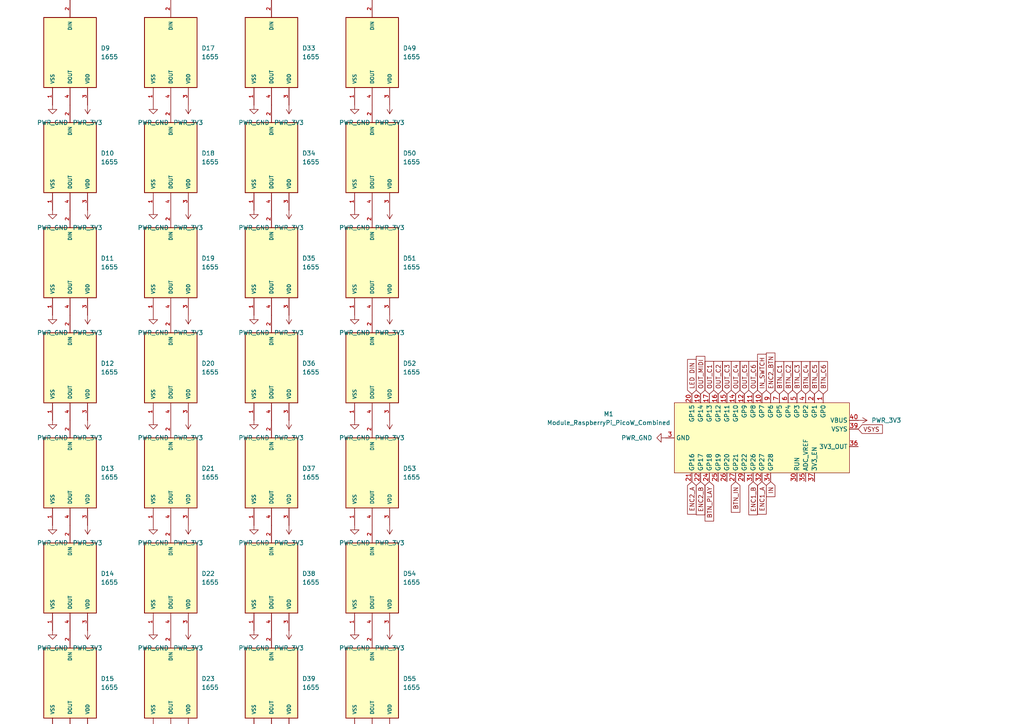
<source format=kicad_sch>
(kicad_sch (version 20230121) (generator eeschema)
  (paper "A4")
  (global_label "OUT_C6" (shape input) (at 218.44 114.3 90) (property "Intersheetrefs" "${INTERSHEET_REFS}" (effects hide)))
  (global_label "VSYS" (shape input) (at 248.92 124.46 0) (property "Intersheetrefs" "${INTERSHEET_REFS}" (effects hide)))
  (global_label "BTN_C4" (shape input) (at 233.68 114.3 90) (property "Intersheetrefs" "${INTERSHEET_REFS}" (effects hide)))
  (global_label "BTN_C6" (shape input) (at 238.76 114.3 90) (property "Intersheetrefs" "${INTERSHEET_REFS}" (effects hide)))
  (global_label "OUT_C5" (shape input) (at 215.9 114.3 90) (property "Intersheetrefs" "${INTERSHEET_REFS}" (effects hide)))
  (global_label "BTN_C5" (shape input) (at 236.22 114.3 90) (property "Intersheetrefs" "${INTERSHEET_REFS}" (effects hide)))
  (global_label "R3" (shape input) (at 49.53 487.68 270) (property "Intersheetrefs" "${INTERSHEET_REFS}" (effects hide)))
  (global_label "BTN_PLAY" (shape input) (at 205.74 139.7 270) (property "Intersheetrefs" "${INTERSHEET_REFS}" (effects hide)))
  (global_label "R2" (shape input) (at 49.53 0 90) (property "Intersheetrefs" "${INTERSHEET_REFS}" (effects hide)))
  (global_label "GEN" (shape input) (at 107.95 0 90) (property "Intersheetrefs" "${INTERSHEET_REFS}" (effects hide)))
  (global_label "ENC2_A" (shape input) (at 200.66 139.7 270) (property "Intersheetrefs" "${INTERSHEET_REFS}" (effects hide)))
  (global_label "LED DIN" (shape input) (at 200.66 114.3 90) (property "Intersheetrefs" "${INTERSHEET_REFS}" (effects hide)))
  (global_label "OUT_MIDI" (shape input) (at 203.2 114.3 90) (property "Intersheetrefs" "${INTERSHEET_REFS}" (effects hide)))
  (global_label "IN_SWTCH" (shape input) (at 220.98 114.3 90) (property "Intersheetrefs" "${INTERSHEET_REFS}" (effects hide)))
  (global_label "OUT_C2" (shape input) (at 208.28 114.3 90) (property "Intersheetrefs" "${INTERSHEET_REFS}" (effects hide)))
  (global_label "OUT_C3" (shape input) (at 210.82 114.3 90) (property "Intersheetrefs" "${INTERSHEET_REFS}" (effects hide)))
  (global_label "ENC2_BTN" (shape input) (at 223.52 114.3 90) (property "Intersheetrefs" "${INTERSHEET_REFS}" (effects hide)))
  (global_label "R3" (shape input) (at 78.74 0 90) (property "Intersheetrefs" "${INTERSHEET_REFS}" (effects hide)))
  (global_label "ENC1_B" (shape input) (at 218.44 139.7 270) (property "Intersheetrefs" "${INTERSHEET_REFS}" (effects hide)))
  (global_label "BTN_C2" (shape input) (at 228.6 114.3 90) (property "Intersheetrefs" "${INTERSHEET_REFS}" (effects hide)))
  (global_label "OUT_C1" (shape input) (at 205.74 114.3 90) (property "Intersheetrefs" "${INTERSHEET_REFS}" (effects hide)))
  (global_label "GEN" (shape input) (at 78.74 487.68 270) (property "Intersheetrefs" "${INTERSHEET_REFS}" (effects hide)))
  (global_label "IN" (shape input) (at 223.52 139.7 270) (property "Intersheetrefs" "${INTERSHEET_REFS}" (effects hide)))
  (global_label "R2" (shape input) (at 20.32 487.68 270) (property "Intersheetrefs" "${INTERSHEET_REFS}" (effects hide)))
  (global_label "ENC2_B" (shape input) (at 203.2 139.7 270) (property "Intersheetrefs" "${INTERSHEET_REFS}" (effects hide)))
  (global_label "OUT_C4" (shape input) (at 213.36 114.3 90) (property "Intersheetrefs" "${INTERSHEET_REFS}" (effects hide)))
  (global_label "BTN_C1" (shape input) (at 226.06 114.3 90) (property "Intersheetrefs" "${INTERSHEET_REFS}" (effects hide)))
  (global_label "ENC1_A" (shape input) (at 220.98 139.7 270) (property "Intersheetrefs" "${INTERSHEET_REFS}" (effects hide)))
  (global_label "LED DIN" (shape input) (at 20.32 0 90) (property "Intersheetrefs" "${INTERSHEET_REFS}" (effects hide)))
  (global_label "BTN_C3" (shape input) (at 231.14 114.3 90) (property "Intersheetrefs" "${INTERSHEET_REFS}" (effects hide)))
  (global_label "BTN_IN" (shape input) (at 213.36 139.7 270) (property "Intersheetrefs" "${INTERSHEET_REFS}" (effects hide)))
  (symbol (lib_id "fab:PWR_3V3") (at 83.82 335.28 180) (unit 1)
    (property "Reference" "#PWR093" (effects hide))
    (property "Value" "PWR_3V3" (at 83.82 340.36 0))
  )
  (symbol (lib_id "1655:1655") (at 20.32 45.72 270) (unit 1)
    (property "Reference" "D10" (at 29.21 44.45 90) (effects (justify left)))
    (property "Value" "1655" (at 29.21 46.99 90) (effects (justify left)))
    (property "Footprint" "1655:LED_1655" (effects hide))
    (property "MF" "Adafruit" (effects hide))
    (property "MAXIMUM_PACKAGE_HEIGHT" "1.6 mm" (effects hide))
    (property "Package" "None" (effects hide))
    (property "Price" "None" (effects hide))
    (property "Check_prices" "https://www.snapeda.com/parts/1655/Adafruit+Industries/view-part/?ref=eda" (effects hide))
    (property "STANDARD" "Manufacturer recommendations" (effects hide))
    (property "PARTREV" "01" (effects hide))
    (property "SnapEDA_Link" "https://www.snapeda.com/parts/1655/Adafruit+Industries/view-part/?ref=snap" (effects hide))
    (property "MP" "1655" (effects hide))
    (property "Description" "\nAddressable Lighting Neopixel 10 LED Discrete Serial (Shift Register) Red, Green, Blue (RGB) 5.00mm L x 5.00mm W\n" (effects hide))
    (property "Availability" "In Stock" (effects hide))
    (property "MANUFACTURER" "Adafruit Industries" (effects hide))
  )
  (symbol (lib_id "fab:PWR_GND") (at 73.66 396.24 0) (unit 1)
    (property "Reference" "#PWR079" (effects hide))
    (property "Value" "PWR_GND" (at 73.66 401.32 0))
  )
  (symbol (lib_id "1655:1655") (at 107.95 198.12 270) (unit 1)
    (property "Reference" "D55" (at 116.84 196.85 90) (effects (justify left)))
    (property "Value" "1655" (at 116.84 199.39 90) (effects (justify left)))
    (property "Footprint" "1655:LED_1655" (effects hide))
    (property "MF" "Adafruit" (effects hide))
    (property "MAXIMUM_PACKAGE_HEIGHT" "1.6 mm" (effects hide))
    (property "Package" "None" (effects hide))
    (property "Price" "None" (effects hide))
    (property "Check_prices" "https://www.snapeda.com/parts/1655/Adafruit+Industries/view-part/?ref=eda" (effects hide))
    (property "STANDARD" "Manufacturer recommendations" (effects hide))
    (property "PARTREV" "01" (effects hide))
    (property "SnapEDA_Link" "https://www.snapeda.com/parts/1655/Adafruit+Industries/view-part/?ref=snap" (effects hide))
    (property "MP" "1655" (effects hide))
    (property "Description" "\nAddressable Lighting Neopixel 10 LED Discrete Serial (Shift Register) Red, Green, Blue (RGB) 5.00mm L x 5.00mm W\n" (effects hide))
    (property "Availability" "In Stock" (effects hide))
    (property "MANUFACTURER" "Adafruit Industries" (effects hide))
  )
  (symbol (lib_id "fab:PWR_3V3") (at 83.82 396.24 180) (unit 1)
    (property "Reference" "#PWR095" (effects hide))
    (property "Value" "PWR_3V3" (at 83.82 401.32 0))
  )
  (symbol (lib_id "fab:PWR_GND") (at 44.45 457.2 0) (unit 1)
    (property "Reference" "#PWR049" (effects hide))
    (property "Value" "PWR_GND" (at 44.45 462.28 0))
  )
  (symbol (lib_id "fab:PWR_3V3") (at 113.03 60.96 180) (unit 1)
    (property "Reference" "#PWR0116" (effects hide))
    (property "Value" "PWR_3V3" (at 113.03 66.04 0))
  )
  (symbol (lib_id "1655:1655") (at 20.32 350.52 270) (unit 1)
    (property "Reference" "D4" (at 29.21 349.25 90) (effects (justify left)))
    (property "Value" "1655" (at 29.21 351.79 90) (effects (justify left)))
    (property "Footprint" "1655:LED_1655" (effects hide))
    (property "MF" "Adafruit" (effects hide))
    (property "MAXIMUM_PACKAGE_HEIGHT" "1.6 mm" (effects hide))
    (property "Package" "None" (effects hide))
    (property "Price" "None" (effects hide))
    (property "Check_prices" "https://www.snapeda.com/parts/1655/Adafruit+Industries/view-part/?ref=eda" (effects hide))
    (property "STANDARD" "Manufacturer recommendations" (effects hide))
    (property "PARTREV" "01" (effects hide))
    (property "SnapEDA_Link" "https://www.snapeda.com/parts/1655/Adafruit+Industries/view-part/?ref=snap" (effects hide))
    (property "MP" "1655" (effects hide))
    (property "Description" "\nAddressable Lighting Neopixel 10 LED Discrete Serial (Shift Register) Red, Green, Blue (RGB) 5.00mm L x 5.00mm W\n" (effects hide))
    (property "Availability" "In Stock" (effects hide))
    (property "MANUFACTURER" "Adafruit Industries" (effects hide))
  )
  (symbol (lib_id "fab:PWR_GND") (at 73.66 213.36 0) (unit 1)
    (property "Reference" "#PWR073" (effects hide))
    (property "Value" "PWR_GND" (at 73.66 218.44 0))
  )
  (symbol (lib_id "1655:1655") (at 78.74 45.72 270) (unit 1)
    (property "Reference" "D34" (at 87.63 44.45 90) (effects (justify left)))
    (property "Value" "1655" (at 87.63 46.99 90) (effects (justify left)))
    (property "Footprint" "1655:LED_1655" (effects hide))
    (property "MF" "Adafruit" (effects hide))
    (property "MAXIMUM_PACKAGE_HEIGHT" "1.6 mm" (effects hide))
    (property "Package" "None" (effects hide))
    (property "Price" "None" (effects hide))
    (property "Check_prices" "https://www.snapeda.com/parts/1655/Adafruit+Industries/view-part/?ref=eda" (effects hide))
    (property "STANDARD" "Manufacturer recommendations" (effects hide))
    (property "PARTREV" "01" (effects hide))
    (property "SnapEDA_Link" "https://www.snapeda.com/parts/1655/Adafruit+Industries/view-part/?ref=snap" (effects hide))
    (property "MP" "1655" (effects hide))
    (property "Description" "\nAddressable Lighting Neopixel 10 LED Discrete Serial (Shift Register) Red, Green, Blue (RGB) 5.00mm L x 5.00mm W\n" (effects hide))
    (property "Availability" "In Stock" (effects hide))
    (property "MANUFACTURER" "Adafruit Industries" (effects hide))
  )
  (symbol (lib_id "fab:PWR_GND") (at 193.04 127 270) (unit 1)
    (property "Reference" "#PWR01" (effects hide))
    (property "Value" "PWR_GND" (at 189.23 127 90) (effects (justify right)))
  )
  (symbol (lib_id "fab:PWR_GND") (at 44.45 396.24 0) (unit 1)
    (property "Reference" "#PWR047" (effects hide))
    (property "Value" "PWR_GND" (at 44.45 401.32 0))
  )
  (symbol (lib_id "1655:1655") (at 49.53 137.16 270) (unit 1)
    (property "Reference" "D21" (at 58.42 135.89 90) (effects (justify left)))
    (property "Value" "1655" (at 58.42 138.43 90) (effects (justify left)))
    (property "Footprint" "1655:LED_1655" (effects hide))
    (property "MF" "Adafruit" (effects hide))
    (property "MAXIMUM_PACKAGE_HEIGHT" "1.6 mm" (effects hide))
    (property "Package" "None" (effects hide))
    (property "Price" "None" (effects hide))
    (property "Check_prices" "https://www.snapeda.com/parts/1655/Adafruit+Industries/view-part/?ref=eda" (effects hide))
    (property "STANDARD" "Manufacturer recommendations" (effects hide))
    (property "PARTREV" "01" (effects hide))
    (property "SnapEDA_Link" "https://www.snapeda.com/parts/1655/Adafruit+Industries/view-part/?ref=snap" (effects hide))
    (property "MP" "1655" (effects hide))
    (property "Description" "\nAddressable Lighting Neopixel 10 LED Discrete Serial (Shift Register) Red, Green, Blue (RGB) 5.00mm L x 5.00mm W\n" (effects hide))
    (property "Availability" "In Stock" (effects hide))
    (property "MANUFACTURER" "Adafruit Industries" (effects hide))
  )
  (symbol (lib_id "fab:PWR_3V3") (at 25.4 426.72 180) (unit 1)
    (property "Reference" "#PWR016" (effects hide))
    (property "Value" "PWR_3V3" (at 25.4 431.8 0))
  )
  (symbol (lib_id "fab:PWR_3V3") (at 25.4 152.4 180) (unit 1)
    (property "Reference" "#PWR031" (effects hide))
    (property "Value" "PWR_3V3" (at 25.4 157.48 0))
  )
  (symbol (lib_id "1655:1655") (at 49.53 259.08 270) (unit 1)
    (property "Reference" "D25" (at 58.42 257.81 90) (effects (justify left)))
    (property "Value" "1655" (at 58.42 260.35 90) (effects (justify left)))
    (property "Footprint" "1655:LED_1655" (effects hide))
    (property "MF" "Adafruit" (effects hide))
    (property "MAXIMUM_PACKAGE_HEIGHT" "1.6 mm" (effects hide))
    (property "Package" "None" (effects hide))
    (property "Price" "None" (effects hide))
    (property "Check_prices" "https://www.snapeda.com/parts/1655/Adafruit+Industries/view-part/?ref=eda" (effects hide))
    (property "STANDARD" "Manufacturer recommendations" (effects hide))
    (property "PARTREV" "01" (effects hide))
    (property "SnapEDA_Link" "https://www.snapeda.com/parts/1655/Adafruit+Industries/view-part/?ref=snap" (effects hide))
    (property "MP" "1655" (effects hide))
    (property "Description" "\nAddressable Lighting Neopixel 10 LED Discrete Serial (Shift Register) Red, Green, Blue (RGB) 5.00mm L x 5.00mm W\n" (effects hide))
    (property "Availability" "In Stock" (effects hide))
    (property "MANUFACTURER" "Adafruit Industries" (effects hide))
  )
  (symbol (lib_id "fab:PWR_GND") (at 15.24 152.4 0) (unit 1)
    (property "Reference" "#PWR023" (effects hide))
    (property "Value" "PWR_GND" (at 15.24 157.48 0))
  )
  (symbol (lib_id "1655:1655") (at 20.32 472.44 270) (unit 1)
    (property "Reference" "D8" (at 29.21 471.17 90) (effects (justify left)))
    (property "Value" "1655" (at 29.21 473.71 90) (effects (justify left)))
    (property "Footprint" "1655:LED_1655" (effects hide))
    (property "MF" "Adafruit" (effects hide))
    (property "MAXIMUM_PACKAGE_HEIGHT" "1.6 mm" (effects hide))
    (property "Package" "None" (effects hide))
    (property "Price" "None" (effects hide))
    (property "Check_prices" "https://www.snapeda.com/parts/1655/Adafruit+Industries/view-part/?ref=eda" (effects hide))
    (property "STANDARD" "Manufacturer recommendations" (effects hide))
    (property "PARTREV" "01" (effects hide))
    (property "SnapEDA_Link" "https://www.snapeda.com/parts/1655/Adafruit+Industries/view-part/?ref=snap" (effects hide))
    (property "MP" "1655" (effects hide))
    (property "Description" "\nAddressable Lighting Neopixel 10 LED Discrete Serial (Shift Register) Red, Green, Blue (RGB) 5.00mm L x 5.00mm W\n" (effects hide))
    (property "Availability" "In Stock" (effects hide))
    (property "MANUFACTURER" "Adafruit Industries" (effects hide))
  )
  (symbol (lib_id "fab:PWR_3V3") (at 25.4 396.24 180) (unit 1)
    (property "Reference" "#PWR015" (effects hide))
    (property "Value" "PWR_3V3" (at 25.4 401.32 0))
  )
  (symbol (lib_id "fab:PWR_3V3") (at 54.61 274.32 180) (unit 1)
    (property "Reference" "#PWR059" (effects hide))
    (property "Value" "PWR_3V3" (at 54.61 279.4 0))
  )
  (symbol (lib_id "fab:PWR_3V3") (at 54.61 335.28 180) (unit 1)
    (property "Reference" "#PWR061" (effects hide))
    (property "Value" "PWR_3V3" (at 54.61 340.36 0))
  )
  (symbol (lib_id "fab:PWR_3V3") (at 54.61 213.36 180) (unit 1)
    (property "Reference" "#PWR057" (effects hide))
    (property "Value" "PWR_3V3" (at 54.61 218.44 0))
  )
  (symbol (lib_id "fab:PWR_3V3") (at 113.03 152.4 180) (unit 1)
    (property "Reference" "#PWR0119" (effects hide))
    (property "Value" "PWR_3V3" (at 113.03 157.48 0))
  )
  (symbol (lib_id "fab:PWR_3V3") (at 54.61 30.48 180) (unit 1)
    (property "Reference" "#PWR051" (effects hide))
    (property "Value" "PWR_3V3" (at 54.61 35.56 0))
  )
  (symbol (lib_id "fab:PWR_GND") (at 102.87 91.44 0) (unit 1)
    (property "Reference" "#PWR0101" (effects hide))
    (property "Value" "PWR_GND" (at 102.87 96.52 0))
  )
  (symbol (lib_id "fab:PWR_GND") (at 15.24 213.36 0) (unit 1)
    (property "Reference" "#PWR025" (effects hide))
    (property "Value" "PWR_GND" (at 15.24 218.44 0))
  )
  (symbol (lib_id "1655:1655") (at 20.32 15.24 270) (unit 1)
    (property "Reference" "D9" (at 29.21 13.97 90) (effects (justify left)))
    (property "Value" "1655" (at 29.21 16.51 90) (effects (justify left)))
    (property "Footprint" "1655:LED_1655" (effects hide))
    (property "MF" "Adafruit" (effects hide))
    (property "MAXIMUM_PACKAGE_HEIGHT" "1.6 mm" (effects hide))
    (property "Package" "None" (effects hide))
    (property "Price" "None" (effects hide))
    (property "Check_prices" "https://www.snapeda.com/parts/1655/Adafruit+Industries/view-part/?ref=eda" (effects hide))
    (property "STANDARD" "Manufacturer recommendations" (effects hide))
    (property "PARTREV" "01" (effects hide))
    (property "SnapEDA_Link" "https://www.snapeda.com/parts/1655/Adafruit+Industries/view-part/?ref=snap" (effects hide))
    (property "MP" "1655" (effects hide))
    (property "Description" "\nAddressable Lighting Neopixel 10 LED Discrete Serial (Shift Register) Red, Green, Blue (RGB) 5.00mm L x 5.00mm W\n" (effects hide))
    (property "Availability" "In Stock" (effects hide))
    (property "MANUFACTURER" "Adafruit Industries" (effects hide))
  )
  (symbol (lib_id "1655:1655") (at 49.53 441.96 270) (unit 1)
    (property "Reference" "D31" (at 58.42 440.69 90) (effects (justify left)))
    (property "Value" "1655" (at 58.42 443.23 90) (effects (justify left)))
    (property "Footprint" "1655:LED_1655" (effects hide))
    (property "MF" "Adafruit" (effects hide))
    (property "MAXIMUM_PACKAGE_HEIGHT" "1.6 mm" (effects hide))
    (property "Package" "None" (effects hide))
    (property "Price" "None" (effects hide))
    (property "Check_prices" "https://www.snapeda.com/parts/1655/Adafruit+Industries/view-part/?ref=eda" (effects hide))
    (property "STANDARD" "Manufacturer recommendations" (effects hide))
    (property "PARTREV" "01" (effects hide))
    (property "SnapEDA_Link" "https://www.snapeda.com/parts/1655/Adafruit+Industries/view-part/?ref=snap" (effects hide))
    (property "MP" "1655" (effects hide))
    (property "Description" "\nAddressable Lighting Neopixel 10 LED Discrete Serial (Shift Register) Red, Green, Blue (RGB) 5.00mm L x 5.00mm W\n" (effects hide))
    (property "Availability" "In Stock" (effects hide))
    (property "MANUFACTURER" "Adafruit Industries" (effects hide))
  )
  (symbol (lib_id "1655:1655") (at 107.95 167.64 270) (unit 1)
    (property "Reference" "D54" (at 116.84 166.37 90) (effects (justify left)))
    (property "Value" "1655" (at 116.84 168.91 90) (effects (justify left)))
    (property "Footprint" "1655:LED_1655" (effects hide))
    (property "MF" "Adafruit" (effects hide))
    (property "MAXIMUM_PACKAGE_HEIGHT" "1.6 mm" (effects hide))
    (property "Package" "None" (effects hide))
    (property "Price" "None" (effects hide))
    (property "Check_prices" "https://www.snapeda.com/parts/1655/Adafruit+Industries/view-part/?ref=eda" (effects hide))
    (property "STANDARD" "Manufacturer recommendations" (effects hide))
    (property "PARTREV" "01" (effects hide))
    (property "SnapEDA_Link" "https://www.snapeda.com/parts/1655/Adafruit+Industries/view-part/?ref=snap" (effects hide))
    (property "MP" "1655" (effects hide))
    (property "Description" "\nAddressable Lighting Neopixel 10 LED Discrete Serial (Shift Register) Red, Green, Blue (RGB) 5.00mm L x 5.00mm W\n" (effects hide))
    (property "Availability" "In Stock" (effects hide))
    (property "MANUFACTURER" "Adafruit Industries" (effects hide))
  )
  (symbol (lib_id "fab:PWR_3V3") (at 54.61 426.72 180) (unit 1)
    (property "Reference" "#PWR064" (effects hide))
    (property "Value" "PWR_3V3" (at 54.61 431.8 0))
  )
  (symbol (lib_id "1655:1655") (at 20.32 289.56 270) (unit 1)
    (property "Reference" "D2" (at 29.21 288.29 90) (effects (justify left)))
    (property "Value" "1655" (at 29.21 290.83 90) (effects (justify left)))
    (property "Footprint" "1655:LED_1655" (effects hide))
    (property "MF" "Adafruit" (effects hide))
    (property "MAXIMUM_PACKAGE_HEIGHT" "1.6 mm" (effects hide))
    (property "Package" "None" (effects hide))
    (property "Price" "None" (effects hide))
    (property "Check_prices" "https://www.snapeda.com/parts/1655/Adafruit+Industries/view-part/?ref=eda" (effects hide))
    (property "STANDARD" "Manufacturer recommendations" (effects hide))
    (property "PARTREV" "01" (effects hide))
    (property "SnapEDA_Link" "https://www.snapeda.com/parts/1655/Adafruit+Industries/view-part/?ref=snap" (effects hide))
    (property "MP" "1655" (effects hide))
    (property "Description" "\nAddressable Lighting Neopixel 10 LED Discrete Serial (Shift Register) Red, Green, Blue (RGB) 5.00mm L x 5.00mm W\n" (effects hide))
    (property "Availability" "In Stock" (effects hide))
    (property "MANUFACTURER" "Adafruit Industries" (effects hide))
  )
  (symbol (lib_id "fab:PWR_GND") (at 44.45 426.72 0) (unit 1)
    (property "Reference" "#PWR048" (effects hide))
    (property "Value" "PWR_GND" (at 44.45 431.8 0))
  )
  (symbol (lib_id "1655:1655") (at 78.74 259.08 270) (unit 1)
    (property "Reference" "D41" (at 87.63 257.81 90) (effects (justify left)))
    (property "Value" "1655" (at 87.63 260.35 90) (effects (justify left)))
    (property "Footprint" "1655:LED_1655" (effects hide))
    (property "MF" "Adafruit" (effects hide))
    (property "MAXIMUM_PACKAGE_HEIGHT" "1.6 mm" (effects hide))
    (property "Package" "None" (effects hide))
    (property "Price" "None" (effects hide))
    (property "Check_prices" "https://www.snapeda.com/parts/1655/Adafruit+Industries/view-part/?ref=eda" (effects hide))
    (property "STANDARD" "Manufacturer recommendations" (effects hide))
    (property "PARTREV" "01" (effects hide))
    (property "SnapEDA_Link" "https://www.snapeda.com/parts/1655/Adafruit+Industries/view-part/?ref=snap" (effects hide))
    (property "MP" "1655" (effects hide))
    (property "Description" "\nAddressable Lighting Neopixel 10 LED Discrete Serial (Shift Register) Red, Green, Blue (RGB) 5.00mm L x 5.00mm W\n" (effects hide))
    (property "Availability" "In Stock" (effects hide))
    (property "MANUFACTURER" "Adafruit Industries" (effects hide))
  )
  (symbol (lib_id "fab:PWR_GND") (at 44.45 30.48 0) (unit 1)
    (property "Reference" "#PWR035" (effects hide))
    (property "Value" "PWR_GND" (at 44.45 35.56 0))
  )
  (symbol (lib_id "fab:PWR_GND") (at 15.24 426.72 0) (unit 1)
    (property "Reference" "#PWR012" (effects hide))
    (property "Value" "PWR_GND" (at 15.24 431.8 0))
  )
  (symbol (lib_id "fab:PWR_3V3") (at 25.4 91.44 180) (unit 1)
    (property "Reference" "#PWR029" (effects hide))
    (property "Value" "PWR_3V3" (at 25.4 96.52 0))
  )
  (symbol (lib_id "fab:PWR_3V3") (at 83.82 304.8 180) (unit 1)
    (property "Reference" "#PWR092" (effects hide))
    (property "Value" "PWR_3V3" (at 83.82 309.88 0))
  )
  (symbol (lib_id "fab:PWR_GND") (at 44.45 335.28 0) (unit 1)
    (property "Reference" "#PWR045" (effects hide))
    (property "Value" "PWR_GND" (at 44.45 340.36 0))
  )
  (symbol (lib_id "fab:PWR_3V3") (at 25.4 304.8 180) (unit 1)
    (property "Reference" "#PWR04" (effects hide))
    (property "Value" "PWR_3V3" (at 25.4 309.88 0))
  )
  (symbol (lib_id "fab:PWR_GND") (at 73.66 304.8 0) (unit 1)
    (property "Reference" "#PWR076" (effects hide))
    (property "Value" "PWR_GND" (at 73.66 309.88 0))
  )
  (symbol (lib_id "1655:1655") (at 20.32 259.08 270) (unit 1)
    (property "Reference" "D1" (at 29.21 257.81 90) (effects (justify left)))
    (property "Value" "1655" (at 29.21 260.35 90) (effects (justify left)))
    (property "Footprint" "1655:LED_1655" (effects hide))
    (property "MF" "Adafruit" (effects hide))
    (property "MAXIMUM_PACKAGE_HEIGHT" "1.6 mm" (effects hide))
    (property "Package" "None" (effects hide))
    (property "Price" "None" (effects hide))
    (property "Check_prices" "https://www.snapeda.com/parts/1655/Adafruit+Industries/view-part/?ref=eda" (effects hide))
    (property "STANDARD" "Manufacturer recommendations" (effects hide))
    (property "PARTREV" "01" (effects hide))
    (property "SnapEDA_Link" "https://www.snapeda.com/parts/1655/Adafruit+Industries/view-part/?ref=snap" (effects hide))
    (property "MP" "1655" (effects hide))
    (property "Description" "\nAddressable Lighting Neopixel 10 LED Discrete Serial (Shift Register) Red, Green, Blue (RGB) 5.00mm L x 5.00mm W\n" (effects hide))
    (property "Availability" "In Stock" (effects hide))
    (property "MANUFACTURER" "Adafruit Industries" (effects hide))
  )
  (symbol (lib_id "fab:PWR_3V3") (at 113.03 121.92 180) (unit 1)
    (property "Reference" "#PWR0118" (effects hide))
    (property "Value" "PWR_3V3" (at 113.03 127 0))
  )
  (symbol (lib_id "1655:1655") (at 20.32 381 270) (unit 1)
    (property "Reference" "D5" (at 29.21 379.73 90) (effects (justify left)))
    (property "Value" "1655" (at 29.21 382.27 90) (effects (justify left)))
    (property "Footprint" "1655:LED_1655" (effects hide))
    (property "MF" "Adafruit" (effects hide))
    (property "MAXIMUM_PACKAGE_HEIGHT" "1.6 mm" (effects hide))
    (property "Package" "None" (effects hide))
    (property "Price" "None" (effects hide))
    (property "Check_prices" "https://www.snapeda.com/parts/1655/Adafruit+Industries/view-part/?ref=eda" (effects hide))
    (property "STANDARD" "Manufacturer recommendations" (effects hide))
    (property "PARTREV" "01" (effects hide))
    (property "SnapEDA_Link" "https://www.snapeda.com/parts/1655/Adafruit+Industries/view-part/?ref=snap" (effects hide))
    (property "MP" "1655" (effects hide))
    (property "Description" "\nAddressable Lighting Neopixel 10 LED Discrete Serial (Shift Register) Red, Green, Blue (RGB) 5.00mm L x 5.00mm W\n" (effects hide))
    (property "Availability" "In Stock" (effects hide))
    (property "MANUFACTURER" "Adafruit Industries" (effects hide))
  )
  (symbol (lib_id "fab:PWR_GND") (at 44.45 121.92 0) (unit 1)
    (property "Reference" "#PWR038" (effects hide))
    (property "Value" "PWR_GND" (at 44.45 127 0))
  )
  (symbol (lib_id "fab:PWR_3V3") (at 54.61 487.68 180) (unit 1)
    (property "Reference" "#PWR066" (effects hide))
    (property "Value" "PWR_3V3" (effects hide))
  )
  (symbol (lib_id "1655:1655") (at 78.74 15.24 270) (unit 1)
    (property "Reference" "D33" (at 87.63 13.97 90) (effects (justify left)))
    (property "Value" "1655" (at 87.63 16.51 90) (effects (justify left)))
    (property "Footprint" "1655:LED_1655" (effects hide))
    (property "MF" "Adafruit" (effects hide))
    (property "MAXIMUM_PACKAGE_HEIGHT" "1.6 mm" (effects hide))
    (property "Package" "None" (effects hide))
    (property "Price" "None" (effects hide))
    (property "Check_prices" "https://www.snapeda.com/parts/1655/Adafruit+Industries/view-part/?ref=eda" (effects hide))
    (property "STANDARD" "Manufacturer recommendations" (effects hide))
    (property "PARTREV" "01" (effects hide))
    (property "SnapEDA_Link" "https://www.snapeda.com/parts/1655/Adafruit+Industries/view-part/?ref=snap" (effects hide))
    (property "MP" "1655" (effects hide))
    (property "Description" "\nAddressable Lighting Neopixel 10 LED Discrete Serial (Shift Register) Red, Green, Blue (RGB) 5.00mm L x 5.00mm W\n" (effects hide))
    (property "Availability" "In Stock" (effects hide))
    (property "MANUFACTURER" "Adafruit Industries" (effects hide))
  )
  (symbol (lib_id "1655:1655") (at 20.32 441.96 270) (unit 1)
    (property "Reference" "D7" (at 29.21 440.69 90) (effects (justify left)))
    (property "Value" "1655" (at 29.21 443.23 90) (effects (justify left)))
    (property "Footprint" "1655:LED_1655" (effects hide))
    (property "MF" "Adafruit" (effects hide))
    (property "MAXIMUM_PACKAGE_HEIGHT" "1.6 mm" (effects hide))
    (property "Package" "None" (effects hide))
    (property "Price" "None" (effects hide))
    (property "Check_prices" "https://www.snapeda.com/parts/1655/Adafruit+Industries/view-part/?ref=eda" (effects hide))
    (property "STANDARD" "Manufacturer recommendations" (effects hide))
    (property "PARTREV" "01" (effects hide))
    (property "SnapEDA_Link" "https://www.snapeda.com/parts/1655/Adafruit+Industries/view-part/?ref=snap" (effects hide))
    (property "MP" "1655" (effects hide))
    (property "Description" "\nAddressable Lighting Neopixel 10 LED Discrete Serial (Shift Register) Red, Green, Blue (RGB) 5.00mm L x 5.00mm W\n" (effects hide))
    (property "Availability" "In Stock" (effects hide))
    (property "MANUFACTURER" "Adafruit Industries" (effects hide))
  )
  (symbol (lib_id "fab:PWR_GND") (at 102.87 182.88 0) (unit 1)
    (property "Reference" "#PWR0104" (effects hide))
    (property "Value" "PWR_GND" (at 102.87 187.96 0))
  )
  (symbol (lib_id "fab:PWR_GND") (at 73.66 426.72 0) (unit 1)
    (property "Reference" "#PWR080" (effects hide))
    (property "Value" "PWR_GND" (at 73.66 431.8 0))
  )
  (symbol (lib_id "fab:PWR_GND") (at 15.24 365.76 0) (unit 1)
    (property "Reference" "#PWR08" (effects hide))
    (property "Value" "PWR_GND" (at 15.24 370.84 0))
  )
  (symbol (lib_id "fab:PWR_GND") (at 73.66 457.2 0) (unit 1)
    (property "Reference" "#PWR081" (effects hide))
    (property "Value" "PWR_GND" (at 73.66 462.28 0))
  )
  (symbol (lib_id "fab:PWR_3V3") (at 83.82 487.68 180) (unit 1)
    (property "Reference" "#PWR098" (effects hide))
    (property "Value" "PWR_3V3" (effects hide))
  )
  (symbol (lib_id "fab:PWR_GND") (at 73.66 60.96 0) (unit 1)
    (property "Reference" "#PWR068" (effects hide))
    (property "Value" "PWR_GND" (at 73.66 66.04 0))
  )
  (symbol (lib_id "fab:PWR_GND") (at 15.24 457.2 0) (unit 1)
    (property "Reference" "#PWR013" (effects hide))
    (property "Value" "PWR_GND" (at 15.24 462.28 0))
  )
  (symbol (lib_id "fab:PWR_3V3") (at 83.82 121.92 180) (unit 1)
    (property "Reference" "#PWR086" (effects hide))
    (property "Value" "PWR_3V3" (at 83.82 127 0))
  )
  (symbol (lib_id "fab:PWR_GND") (at 102.87 60.96 0) (unit 1)
    (property "Reference" "#PWR0100" (effects hide))
    (property "Value" "PWR_GND" (at 102.87 66.04 0))
  )
  (symbol (lib_id "fab:PWR_3V3") (at 83.82 457.2 180) (unit 1)
    (property "Reference" "#PWR097" (effects hide))
    (property "Value" "PWR_3V3" (at 83.82 462.28 0))
  )
  (symbol (lib_id "fab:PWR_3V3") (at 25.4 213.36 180) (unit 1)
    (property "Reference" "#PWR033" (effects hide))
    (property "Value" "PWR_3V3" (at 25.4 218.44 0))
  )
  (symbol (lib_id "fab:PWR_3V3") (at 83.82 243.84 180) (unit 1)
    (property "Reference" "#PWR090" (effects hide))
    (property "Value" "PWR_3V3" (at 83.82 248.92 0))
  )
  (symbol (lib_id "fab:PWR_3V3") (at 83.82 60.96 180) (unit 1)
    (property "Reference" "#PWR084" (effects hide))
    (property "Value" "PWR_3V3" (at 83.82 66.04 0))
  )
  (symbol (lib_id "fab:PWR_GND") (at 15.24 91.44 0) (unit 1)
    (property "Reference" "#PWR021" (effects hide))
    (property "Value" "PWR_GND" (at 15.24 96.52 0))
  )
  (symbol (lib_id "fab:PWR_GND") (at 44.45 304.8 0) (unit 1)
    (property "Reference" "#PWR044" (effects hide))
    (property "Value" "PWR_GND" (at 44.45 309.88 0))
  )
  (symbol (lib_id "fab:PWR_GND") (at 15.24 30.48 0) (unit 1)
    (property "Reference" "#PWR019" (effects hide))
    (property "Value" "PWR_GND" (at 15.24 35.56 0))
  )
  (symbol (lib_id "1655:1655") (at 78.74 320.04 270) (unit 1)
    (property "Reference" "D43" (at 87.63 318.77 90) (effects (justify left)))
    (property "Value" "1655" (at 87.63 321.31 90) (effects (justify left)))
    (property "Footprint" "1655:LED_1655" (effects hide))
    (property "MF" "Adafruit" (effects hide))
    (property "MAXIMUM_PACKAGE_HEIGHT" "1.6 mm" (effects hide))
    (property "Package" "None" (effects hide))
    (property "Price" "None" (effects hide))
    (property "Check_prices" "https://www.snapeda.com/parts/1655/Adafruit+Industries/view-part/?ref=eda" (effects hide))
    (property "STANDARD" "Manufacturer recommendations" (effects hide))
    (property "PARTREV" "01" (effects hide))
    (property "SnapEDA_Link" "https://www.snapeda.com/parts/1655/Adafruit+Industries/view-part/?ref=snap" (effects hide))
    (property "MP" "1655" (effects hide))
    (property "Description" "\nAddressable Lighting Neopixel 10 LED Discrete Serial (Shift Register) Red, Green, Blue (RGB) 5.00mm L x 5.00mm W\n" (effects hide))
    (property "Availability" "In Stock" (effects hide))
    (property "MANUFACTURER" "Adafruit Industries" (effects hide))
  )
  (symbol (lib_id "fab:PWR_3V3") (at 25.4 365.76 180) (unit 1)
    (property "Reference" "#PWR010" (effects hide))
    (property "Value" "PWR_3V3" (at 25.4 370.84 0))
  )
  (symbol (lib_id "fab:PWR_GND") (at 15.24 274.32 0) (unit 1)
    (property "Reference" "#PWR05" (effects hide))
    (property "Value" "PWR_GND" (at 15.24 279.4 0))
  )
  (symbol (lib_id "fab:PWR_3V3") (at 25.4 243.84 180) (unit 1)
    (property "Reference" "#PWR034" (effects hide))
    (property "Value" "PWR_3V3" (effects hide))
  )
  (symbol (lib_id "fab:PWR_3V3") (at 83.82 152.4 180) (unit 1)
    (property "Reference" "#PWR087" (effects hide))
    (property "Value" "PWR_3V3" (at 83.82 157.48 0))
  )
  (symbol (lib_id "fab:PWR_3V3") (at 113.03 182.88 180) (unit 1)
    (property "Reference" "#PWR0120" (effects hide))
    (property "Value" "PWR_3V3" (at 113.03 187.96 0))
  )
  (symbol (lib_id "1655:1655") (at 49.53 15.24 270) (unit 1)
    (property "Reference" "D17" (at 58.42 13.97 90) (effects (justify left)))
    (property "Value" "1655" (at 58.42 16.51 90) (effects (justify left)))
    (property "Footprint" "1655:LED_1655" (effects hide))
    (property "MF" "Adafruit" (effects hide))
    (property "MAXIMUM_PACKAGE_HEIGHT" "1.6 mm" (effects hide))
    (property "Package" "None" (effects hide))
    (property "Price" "None" (effects hide))
    (property "Check_prices" "https://www.snapeda.com/parts/1655/Adafruit+Industries/view-part/?ref=eda" (effects hide))
    (property "STANDARD" "Manufacturer recommendations" (effects hide))
    (property "PARTREV" "01" (effects hide))
    (property "SnapEDA_Link" "https://www.snapeda.com/parts/1655/Adafruit+Industries/view-part/?ref=snap" (effects hide))
    (property "MP" "1655" (effects hide))
    (property "Description" "\nAddressable Lighting Neopixel 10 LED Discrete Serial (Shift Register) Red, Green, Blue (RGB) 5.00mm L x 5.00mm W\n" (effects hide))
    (property "Availability" "In Stock" (effects hide))
    (property "MANUFACTURER" "Adafruit Industries" (effects hide))
  )
  (symbol (lib_id "fab:PWR_3V3") (at 54.61 91.44 180) (unit 1)
    (property "Reference" "#PWR053" (effects hide))
    (property "Value" "PWR_3V3" (at 54.61 96.52 0))
  )
  (symbol (lib_id "1655:1655") (at 20.32 198.12 270) (unit 1)
    (property "Reference" "D15" (at 29.21 196.85 90) (effects (justify left)))
    (property "Value" "1655" (at 29.21 199.39 90) (effects (justify left)))
    (property "Footprint" "1655:LED_1655" (effects hide))
    (property "MF" "Adafruit" (effects hide))
    (property "MAXIMUM_PACKAGE_HEIGHT" "1.6 mm" (effects hide))
    (property "Package" "None" (effects hide))
    (property "Price" "None" (effects hide))
    (property "Check_prices" "https://www.snapeda.com/parts/1655/Adafruit+Industries/view-part/?ref=eda" (effects hide))
    (property "STANDARD" "Manufacturer recommendations" (effects hide))
    (property "PARTREV" "01" (effects hide))
    (property "SnapEDA_Link" "https://www.snapeda.com/parts/1655/Adafruit+Industries/view-part/?ref=snap" (effects hide))
    (property "MP" "1655" (effects hide))
    (property "Description" "\nAddressable Lighting Neopixel 10 LED Discrete Serial (Shift Register) Red, Green, Blue (RGB) 5.00mm L x 5.00mm W\n" (effects hide))
    (property "Availability" "In Stock" (effects hide))
    (property "MANUFACTURER" "Adafruit Industries" (effects hide))
  )
  (symbol (lib_id "fab:PWR_GND") (at 44.45 182.88 0) (unit 1)
    (property "Reference" "#PWR040" (effects hide))
    (property "Value" "PWR_GND" (at 44.45 187.96 0))
  )
  (symbol (lib_id "fab:PWR_3V3") (at 25.4 60.96 180) (unit 1)
    (property "Reference" "#PWR028" (effects hide))
    (property "Value" "PWR_3V3" (at 25.4 66.04 0))
  )
  (symbol (lib_id "fab:PWR_GND") (at 73.66 243.84 0) (unit 1)
    (property "Reference" "#PWR074" (effects hide))
    (property "Value" "PWR_GND" (at 73.66 248.92 0))
  )
  (symbol (lib_id "fab:PWR_3V3") (at 54.61 304.8 180) (unit 1)
    (property "Reference" "#PWR060" (effects hide))
    (property "Value" "PWR_3V3" (at 54.61 309.88 0))
  )
  (symbol (lib_id "fab:PWR_GND") (at 44.45 213.36 0) (unit 1)
    (property "Reference" "#PWR041" (effects hide))
    (property "Value" "PWR_GND" (at 44.45 218.44 0))
  )
  (symbol (lib_id "fab:PWR_GND") (at 15.24 335.28 0) (unit 1)
    (property "Reference" "#PWR07" (effects hide))
    (property "Value" "PWR_GND" (at 15.24 340.36 0))
  )
  (symbol (lib_id "1655:1655") (at 20.32 411.48 270) (unit 1)
    (property "Reference" "D6" (at 29.21 410.21 90) (effects (justify left)))
    (property "Value" "1655" (at 29.21 412.75 90) (effects (justify left)))
    (property "Footprint" "1655:LED_1655" (effects hide))
    (property "MF" "Adafruit" (effects hide))
    (property "MAXIMUM_PACKAGE_HEIGHT" "1.6 mm" (effects hide))
    (property "Package" "None" (effects hide))
    (property "Price" "None" (effects hide))
    (property "Check_prices" "https://www.snapeda.com/parts/1655/Adafruit+Industries/view-part/?ref=eda" (effects hide))
    (property "STANDARD" "Manufacturer recommendations" (effects hide))
    (property "PARTREV" "01" (effects hide))
    (property "SnapEDA_Link" "https://www.snapeda.com/parts/1655/Adafruit+Industries/view-part/?ref=snap" (effects hide))
    (property "MP" "1655" (effects hide))
    (property "Description" "\nAddressable Lighting Neopixel 10 LED Discrete Serial (Shift Register) Red, Green, Blue (RGB) 5.00mm L x 5.00mm W\n" (effects hide))
    (property "Availability" "In Stock" (effects hide))
    (property "MANUFACTURER" "Adafruit Industries" (effects hide))
  )
  (symbol (lib_id "fab:PWR_3V3") (at 25.4 30.48 180) (unit 1)
    (property "Reference" "#PWR027" (effects hide))
    (property "Value" "PWR_3V3" (at 25.4 35.56 0))
  )
  (symbol (lib_id "fab:PWR_3V3") (at 83.82 274.32 180) (unit 1)
    (property "Reference" "#PWR091" (effects hide))
    (property "Value" "PWR_3V3" (at 83.82 279.4 0))
  )
  (symbol (lib_id "fab:PWR_GND") (at 73.66 121.92 0) (unit 1)
    (property "Reference" "#PWR070" (effects hide))
    (property "Value" "PWR_GND" (at 73.66 127 0))
  )
  (symbol (lib_id "1655:1655") (at 78.74 167.64 270) (unit 1)
    (property "Reference" "D38" (at 87.63 166.37 90) (effects (justify left)))
    (property "Value" "1655" (at 87.63 168.91 90) (effects (justify left)))
    (property "Footprint" "1655:LED_1655" (effects hide))
    (property "MF" "Adafruit" (effects hide))
    (property "MAXIMUM_PACKAGE_HEIGHT" "1.6 mm" (effects hide))
    (property "Package" "None" (effects hide))
    (property "Price" "None" (effects hide))
    (property "Check_prices" "https://www.snapeda.com/parts/1655/Adafruit+Industries/view-part/?ref=eda" (effects hide))
    (property "STANDARD" "Manufacturer recommendations" (effects hide))
    (property "PARTREV" "01" (effects hide))
    (property "SnapEDA_Link" "https://www.snapeda.com/parts/1655/Adafruit+Industries/view-part/?ref=snap" (effects hide))
    (property "MP" "1655" (effects hide))
    (property "Description" "\nAddressable Lighting Neopixel 10 LED Discrete Serial (Shift Register) Red, Green, Blue (RGB) 5.00mm L x 5.00mm W\n" (effects hide))
    (property "Availability" "In Stock" (effects hide))
    (property "MANUFACTURER" "Adafruit Industries" (effects hide))
  )
  (symbol (lib_id "1655:1655") (at 78.74 350.52 270) (unit 1)
    (property "Reference" "D44" (at 87.63 349.25 90) (effects (justify left)))
    (property "Value" "1655" (at 87.63 351.79 90) (effects (justify left)))
    (property "Footprint" "1655:LED_1655" (effects hide))
    (property "MF" "Adafruit" (effects hide))
    (property "MAXIMUM_PACKAGE_HEIGHT" "1.6 mm" (effects hide))
    (property "Package" "None" (effects hide))
    (property "Price" "None" (effects hide))
    (property "Check_prices" "https://www.snapeda.com/parts/1655/Adafruit+Industries/view-part/?ref=eda" (effects hide))
    (property "STANDARD" "Manufacturer recommendations" (effects hide))
    (property "PARTREV" "01" (effects hide))
    (property "SnapEDA_Link" "https://www.snapeda.com/parts/1655/Adafruit+Industries/view-part/?ref=snap" (effects hide))
    (property "MP" "1655" (effects hide))
    (property "Description" "\nAddressable Lighting Neopixel 10 LED Discrete Serial (Shift Register) Red, Green, Blue (RGB) 5.00mm L x 5.00mm W\n" (effects hide))
    (property "Availability" "In Stock" (effects hide))
    (property "MANUFACTURER" "Adafruit Industries" (effects hide))
  )
  (symbol (lib_id "1655:1655") (at 49.53 76.2 270) (unit 1)
    (property "Reference" "D19" (at 58.42 74.93 90) (effects (justify left)))
    (property "Value" "1655" (at 58.42 77.47 90) (effects (justify left)))
    (property "Footprint" "1655:LED_1655" (effects hide))
    (property "MF" "Adafruit" (effects hide))
    (property "MAXIMUM_PACKAGE_HEIGHT" "1.6 mm" (effects hide))
    (property "Package" "None" (effects hide))
    (property "Price" "None" (effects hide))
    (property "Check_prices" "https://www.snapeda.com/parts/1655/Adafruit+Industries/view-part/?ref=eda" (effects hide))
    (property "STANDARD" "Manufacturer recommendations" (effects hide))
    (property "PARTREV" "01" (effects hide))
    (property "SnapEDA_Link" "https://www.snapeda.com/parts/1655/Adafruit+Industries/view-part/?ref=snap" (effects hide))
    (property "MP" "1655" (effects hide))
    (property "Description" "\nAddressable Lighting Neopixel 10 LED Discrete Serial (Shift Register) Red, Green, Blue (RGB) 5.00mm L x 5.00mm W\n" (effects hide))
    (property "Availability" "In Stock" (effects hide))
    (property "MANUFACTURER" "Adafruit Industries" (effects hide))
  )
  (symbol (lib_id "fab:PWR_3V3") (at 25.4 335.28 180) (unit 1)
    (property "Reference" "#PWR09" (effects hide))
    (property "Value" "PWR_3V3" (at 25.4 340.36 0))
  )
  (symbol (lib_id "1655:1655") (at 78.74 228.6 270) (unit 1)
    (property "Reference" "D40" (at 87.63 227.33 90) (effects (justify left)))
    (property "Value" "1655" (at 87.63 229.87 90) (effects (justify left)))
    (property "Footprint" "1655:LED_1655" (effects hide))
    (property "MF" "Adafruit" (effects hide))
    (property "MAXIMUM_PACKAGE_HEIGHT" "1.6 mm" (effects hide))
    (property "Package" "None" (effects hide))
    (property "Price" "None" (effects hide))
    (property "Check_prices" "https://www.snapeda.com/parts/1655/Adafruit+Industries/view-part/?ref=eda" (effects hide))
    (property "STANDARD" "Manufacturer recommendations" (effects hide))
    (property "PARTREV" "01" (effects hide))
    (property "SnapEDA_Link" "https://www.snapeda.com/parts/1655/Adafruit+Industries/view-part/?ref=snap" (effects hide))
    (property "MP" "1655" (effects hide))
    (property "Description" "\nAddressable Lighting Neopixel 10 LED Discrete Serial (Shift Register) Red, Green, Blue (RGB) 5.00mm L x 5.00mm W\n" (effects hide))
    (property "Availability" "In Stock" (effects hide))
    (property "MANUFACTURER" "Adafruit Industries" (effects hide))
  )
  (symbol (lib_id "fab:PWR_GND") (at 102.87 121.92 0) (unit 1)
    (property "Reference" "#PWR0102" (effects hide))
    (property "Value" "PWR_GND" (at 102.87 127 0))
  )
  (symbol (lib_id "1655:1655") (at 78.74 198.12 270) (unit 1)
    (property "Reference" "D39" (at 87.63 196.85 90) (effects (justify left)))
    (property "Value" "1655" (at 87.63 199.39 90) (effects (justify left)))
    (property "Footprint" "1655:LED_1655" (effects hide))
    (property "MF" "Adafruit" (effects hide))
    (property "MAXIMUM_PACKAGE_HEIGHT" "1.6 mm" (effects hide))
    (property "Package" "None" (effects hide))
    (property "Price" "None" (effects hide))
    (property "Check_prices" "https://www.snapeda.com/parts/1655/Adafruit+Industries/view-part/?ref=eda" (effects hide))
    (property "STANDARD" "Manufacturer recommendations" (effects hide))
    (property "PARTREV" "01" (effects hide))
    (property "SnapEDA_Link" "https://www.snapeda.com/parts/1655/Adafruit+Industries/view-part/?ref=snap" (effects hide))
    (property "MP" "1655" (effects hide))
    (property "Description" "\nAddressable Lighting Neopixel 10 LED Discrete Serial (Shift Register) Red, Green, Blue (RGB) 5.00mm L x 5.00mm W\n" (effects hide))
    (property "Availability" "In Stock" (effects hide))
    (property "MANUFACTURER" "Adafruit Industries" (effects hide))
  )
  (symbol (lib_id "1655:1655") (at 49.53 320.04 270) (unit 1)
    (property "Reference" "D27" (at 58.42 318.77 90) (effects (justify left)))
    (property "Value" "1655" (at 58.42 321.31 90) (effects (justify left)))
    (property "Footprint" "1655:LED_1655" (effects hide))
    (property "MF" "Adafruit" (effects hide))
    (property "MAXIMUM_PACKAGE_HEIGHT" "1.6 mm" (effects hide))
    (property "Package" "None" (effects hide))
    (property "Price" "None" (effects hide))
    (property "Check_prices" "https://www.snapeda.com/parts/1655/Adafruit+Industries/view-part/?ref=eda" (effects hide))
    (property "STANDARD" "Manufacturer recommendations" (effects hide))
    (property "PARTREV" "01" (effects hide))
    (property "SnapEDA_Link" "https://www.snapeda.com/parts/1655/Adafruit+Industries/view-part/?ref=snap" (effects hide))
    (property "MP" "1655" (effects hide))
    (property "Description" "\nAddressable Lighting Neopixel 10 LED Discrete Serial (Shift Register) Red, Green, Blue (RGB) 5.00mm L x 5.00mm W\n" (effects hide))
    (property "Availability" "In Stock" (effects hide))
    (property "MANUFACTURER" "Adafruit Industries" (effects hide))
  )
  (symbol (lib_id "1655:1655") (at 49.53 411.48 270) (unit 1)
    (property "Reference" "D30" (at 58.42 410.21 90) (effects (justify left)))
    (property "Value" "1655" (at 58.42 412.75 90) (effects (justify left)))
    (property "Footprint" "1655:LED_1655" (effects hide))
    (property "MF" "Adafruit" (effects hide))
    (property "MAXIMUM_PACKAGE_HEIGHT" "1.6 mm" (effects hide))
    (property "Package" "None" (effects hide))
    (property "Price" "None" (effects hide))
    (property "Check_prices" "https://www.snapeda.com/parts/1655/Adafruit+Industries/view-part/?ref=eda" (effects hide))
    (property "STANDARD" "Manufacturer recommendations" (effects hide))
    (property "PARTREV" "01" (effects hide))
    (property "SnapEDA_Link" "https://www.snapeda.com/parts/1655/Adafruit+Industries/view-part/?ref=snap" (effects hide))
    (property "MP" "1655" (effects hide))
    (property "Description" "\nAddressable Lighting Neopixel 10 LED Discrete Serial (Shift Register) Red, Green, Blue (RGB) 5.00mm L x 5.00mm W\n" (effects hide))
    (property "Availability" "In Stock" (effects hide))
    (property "MANUFACTURER" "Adafruit Industries" (effects hide))
  )
  (symbol (lib_id "fab:PWR_GND") (at 15.24 487.68 0) (unit 1)
    (property "Reference" "#PWR014" (effects hide))
    (property "Value" "PWR_GND" (at 15.24 248.92 0))
  )
  (symbol (lib_id "fab:PWR_GND") (at 73.66 365.76 0) (unit 1)
    (property "Reference" "#PWR078" (effects hide))
    (property "Value" "PWR_GND" (at 73.66 370.84 0))
  )
  (symbol (lib_id "fab:PWR_3V3") (at 54.61 396.24 180) (unit 1)
    (property "Reference" "#PWR063" (effects hide))
    (property "Value" "PWR_3V3" (at 54.61 401.32 0))
  )
  (symbol (lib_id "fab:PWR_GND") (at 44.45 152.4 0) (unit 1)
    (property "Reference" "#PWR039" (effects hide))
    (property "Value" "PWR_GND" (at 44.45 157.48 0))
  )
  (symbol (lib_id "fab:PWR_3V3") (at 54.61 457.2 180) (unit 1)
    (property "Reference" "#PWR065" (effects hide))
    (property "Value" "PWR_3V3" (at 54.61 462.28 0))
  )
  (symbol (lib_id "fab:PWR_GND") (at 44.45 274.32 0) (unit 1)
    (property "Reference" "#PWR043" (effects hide))
    (property "Value" "PWR_GND" (at 44.45 279.4 0))
  )
  (symbol (lib_id "fab:PWR_3V3") (at 25.4 274.32 180) (unit 1)
    (property "Reference" "#PWR03" (effects hide))
    (property "Value" "PWR_3V3" (at 25.4 279.4 0))
  )
  (symbol (lib_id "fab:PWR_GND") (at 73.66 274.32 0) (unit 1)
    (property "Reference" "#PWR075" (effects hide))
    (property "Value" "PWR_GND" (at 73.66 279.4 0))
  )
  (symbol (lib_id "1655:1655") (at 20.32 228.6 270) (unit 1)
    (property "Reference" "D16" (at 29.21 227.33 90) (effects (justify left)))
    (property "Value" "1655" (at 29.21 229.87 90) (effects (justify left)))
    (property "Footprint" "1655:LED_1655" (effects hide))
    (property "MF" "Adafruit" (effects hide))
    (property "MAXIMUM_PACKAGE_HEIGHT" "1.6 mm" (effects hide))
    (property "Package" "None" (effects hide))
    (property "Price" "None" (effects hide))
    (property "Check_prices" "https://www.snapeda.com/parts/1655/Adafruit+Industries/view-part/?ref=eda" (effects hide))
    (property "STANDARD" "Manufacturer recommendations" (effects hide))
    (property "PARTREV" "01" (effects hide))
    (property "SnapEDA_Link" "https://www.snapeda.com/parts/1655/Adafruit+Industries/view-part/?ref=snap" (effects hide))
    (property "MP" "1655" (effects hide))
    (property "Description" "\nAddressable Lighting Neopixel 10 LED Discrete Serial (Shift Register) Red, Green, Blue (RGB) 5.00mm L x 5.00mm W\n" (effects hide))
    (property "Availability" "In Stock" (effects hide))
    (property "MANUFACTURER" "Adafruit Industries" (effects hide))
  )
  (symbol (lib_id "fab:PWR_3V3") (at 25.4 121.92 180) (unit 1)
    (property "Reference" "#PWR030" (effects hide))
    (property "Value" "PWR_3V3" (at 25.4 127 0))
  )
  (symbol (lib_id "fab:PWR_GND") (at 15.24 121.92 0) (unit 1)
    (property "Reference" "#PWR022" (effects hide))
    (property "Value" "PWR_GND" (at 15.24 127 0))
  )
  (symbol (lib_id "fab:PWR_3V3") (at 54.61 60.96 180) (unit 1)
    (property "Reference" "#PWR052" (effects hide))
    (property "Value" "PWR_3V3" (at 54.61 66.04 0))
  )
  (symbol (lib_id "fab:PWR_GND") (at 15.24 396.24 0) (unit 1)
    (property "Reference" "#PWR011" (effects hide))
    (property "Value" "PWR_GND" (at 15.24 401.32 0))
  )
  (symbol (lib_id "1655:1655") (at 20.32 137.16 270) (unit 1)
    (property "Reference" "D13" (at 29.21 135.89 90) (effects (justify left)))
    (property "Value" "1655" (at 29.21 138.43 90) (effects (justify left)))
    (property "Footprint" "1655:LED_1655" (effects hide))
    (property "MF" "Adafruit" (effects hide))
    (property "MAXIMUM_PACKAGE_HEIGHT" "1.6 mm" (effects hide))
    (property "Package" "None" (effects hide))
    (property "Price" "None" (effects hide))
    (property "Check_prices" "https://www.snapeda.com/parts/1655/Adafruit+Industries/view-part/?ref=eda" (effects hide))
    (property "STANDARD" "Manufacturer recommendations" (effects hide))
    (property "PARTREV" "01" (effects hide))
    (property "SnapEDA_Link" "https://www.snapeda.com/parts/1655/Adafruit+Industries/view-part/?ref=snap" (effects hide))
    (property "MP" "1655" (effects hide))
    (property "Description" "\nAddressable Lighting Neopixel 10 LED Discrete Serial (Shift Register) Red, Green, Blue (RGB) 5.00mm L x 5.00mm W\n" (effects hide))
    (property "Availability" "In Stock" (effects hide))
    (property "MANUFACTURER" "Adafruit Industries" (effects hide))
  )
  (symbol (lib_id "1655:1655") (at 78.74 289.56 270) (unit 1)
    (property "Reference" "D42" (at 87.63 288.29 90) (effects (justify left)))
    (property "Value" "1655" (at 87.63 290.83 90) (effects (justify left)))
    (property "Footprint" "1655:LED_1655" (effects hide))
    (property "MF" "Adafruit" (effects hide))
    (property "MAXIMUM_PACKAGE_HEIGHT" "1.6 mm" (effects hide))
    (property "Package" "None" (effects hide))
    (property "Price" "None" (effects hide))
    (property "Check_prices" "https://www.snapeda.com/parts/1655/Adafruit+Industries/view-part/?ref=eda" (effects hide))
    (property "STANDARD" "Manufacturer recommendations" (effects hide))
    (property "PARTREV" "01" (effects hide))
    (property "SnapEDA_Link" "https://www.snapeda.com/parts/1655/Adafruit+Industries/view-part/?ref=snap" (effects hide))
    (property "MP" "1655" (effects hide))
    (property "Description" "\nAddressable Lighting Neopixel 10 LED Discrete Serial (Shift Register) Red, Green, Blue (RGB) 5.00mm L x 5.00mm W\n" (effects hide))
    (property "Availability" "In Stock" (effects hide))
    (property "MANUFACTURER" "Adafruit Industries" (effects hide))
  )
  (symbol (lib_id "1655:1655") (at 49.53 289.56 270) (unit 1)
    (property "Reference" "D26" (at 58.42 288.29 90) (effects (justify left)))
    (property "Value" "1655" (at 58.42 290.83 90) (effects (justify left)))
    (property "Footprint" "1655:LED_1655" (effects hide))
    (property "MF" "Adafruit" (effects hide))
    (property "MAXIMUM_PACKAGE_HEIGHT" "1.6 mm" (effects hide))
    (property "Package" "None" (effects hide))
    (property "Price" "None" (effects hide))
    (property "Check_prices" "https://www.snapeda.com/parts/1655/Adafruit+Industries/view-part/?ref=eda" (effects hide))
    (property "STANDARD" "Manufacturer recommendations" (effects hide))
    (property "PARTREV" "01" (effects hide))
    (property "SnapEDA_Link" "https://www.snapeda.com/parts/1655/Adafruit+Industries/view-part/?ref=snap" (effects hide))
    (property "MP" "1655" (effects hide))
    (property "Description" "\nAddressable Lighting Neopixel 10 LED Discrete Serial (Shift Register) Red, Green, Blue (RGB) 5.00mm L x 5.00mm W\n" (effects hide))
    (property "Availability" "In Stock" (effects hide))
    (property "MANUFACTURER" "Adafruit Industries" (effects hide))
  )
  (symbol (lib_id "1655:1655") (at 107.95 76.2 270) (unit 1)
    (property "Reference" "D51" (at 116.84 74.93 90) (effects (justify left)))
    (property "Value" "1655" (at 116.84 77.47 90) (effects (justify left)))
    (property "Footprint" "1655:LED_1655" (effects hide))
    (property "MF" "Adafruit" (effects hide))
    (property "MAXIMUM_PACKAGE_HEIGHT" "1.6 mm" (effects hide))
    (property "Package" "None" (effects hide))
    (property "Price" "None" (effects hide))
    (property "Check_prices" "https://www.snapeda.com/parts/1655/Adafruit+Industries/view-part/?ref=eda" (effects hide))
    (property "STANDARD" "Manufacturer recommendations" (effects hide))
    (property "PARTREV" "01" (effects hide))
    (property "SnapEDA_Link" "https://www.snapeda.com/parts/1655/Adafruit+Industries/view-part/?ref=snap" (effects hide))
    (property "MP" "1655" (effects hide))
    (property "Description" "\nAddressable Lighting Neopixel 10 LED Discrete Serial (Shift Register) Red, Green, Blue (RGB) 5.00mm L x 5.00mm W\n" (effects hide))
    (property "Availability" "In Stock" (effects hide))
    (property "MANUFACTURER" "Adafruit Industries" (effects hide))
  )
  (symbol (lib_id "fab:PWR_3V3") (at 248.92 121.92 270) (unit 1)
    (property "Reference" "#PWR02" (effects hide))
    (property "Value" "PWR_3V3" (at 252.73 121.92 90) (effects (justify left)))
  )
  (symbol (lib_id "1655:1655") (at 20.32 76.2 270) (unit 1)
    (property "Reference" "D11" (at 29.21 74.93 90) (effects (justify left)))
    (property "Value" "1655" (at 29.21 77.47 90) (effects (justify left)))
    (property "Footprint" "1655:LED_1655" (effects hide))
    (property "MF" "Adafruit" (effects hide))
    (property "MAXIMUM_PACKAGE_HEIGHT" "1.6 mm" (effects hide))
    (property "Package" "None" (effects hide))
    (property "Price" "None" (effects hide))
    (property "Check_prices" "https://www.snapeda.com/parts/1655/Adafruit+Industries/view-part/?ref=eda" (effects hide))
    (property "STANDARD" "Manufacturer recommendations" (effects hide))
    (property "PARTREV" "01" (effects hide))
    (property "SnapEDA_Link" "https://www.snapeda.com/parts/1655/Adafruit+Industries/view-part/?ref=snap" (effects hide))
    (property "MP" "1655" (effects hide))
    (property "Description" "\nAddressable Lighting Neopixel 10 LED Discrete Serial (Shift Register) Red, Green, Blue (RGB) 5.00mm L x 5.00mm W\n" (effects hide))
    (property "Availability" "In Stock" (effects hide))
    (property "MANUFACTURER" "Adafruit Industries" (effects hide))
  )
  (symbol (lib_id "fab:PWR_3V3") (at 54.61 365.76 180) (unit 1)
    (property "Reference" "#PWR062" (effects hide))
    (property "Value" "PWR_3V3" (at 54.61 370.84 0))
  )
  (symbol (lib_id "1655:1655") (at 49.53 167.64 270) (unit 1)
    (property "Reference" "D22" (at 58.42 166.37 90) (effects (justify left)))
    (property "Value" "1655" (at 58.42 168.91 90) (effects (justify left)))
    (property "Footprint" "1655:LED_1655" (effects hide))
    (property "MF" "Adafruit" (effects hide))
    (property "MAXIMUM_PACKAGE_HEIGHT" "1.6 mm" (effects hide))
    (property "Package" "None" (effects hide))
    (property "Price" "None" (effects hide))
    (property "Check_prices" "https://www.snapeda.com/parts/1655/Adafruit+Industries/view-part/?ref=eda" (effects hide))
    (property "STANDARD" "Manufacturer recommendations" (effects hide))
    (property "PARTREV" "01" (effects hide))
    (property "SnapEDA_Link" "https://www.snapeda.com/parts/1655/Adafruit+Industries/view-part/?ref=snap" (effects hide))
    (property "MP" "1655" (effects hide))
    (property "Description" "\nAddressable Lighting Neopixel 10 LED Discrete Serial (Shift Register) Red, Green, Blue (RGB) 5.00mm L x 5.00mm W\n" (effects hide))
    (property "Availability" "In Stock" (effects hide))
    (property "MANUFACTURER" "Adafruit Industries" (effects hide))
  )
  (symbol (lib_id "fab:PWR_3V3") (at 113.03 30.48 180) (unit 1)
    (property "Reference" "#PWR0115" (effects hide))
    (property "Value" "PWR_3V3" (at 113.03 35.56 0))
  )
  (symbol (lib_id "fab:PWR_3V3") (at 83.82 182.88 180) (unit 1)
    (property "Reference" "#PWR088" (effects hide))
    (property "Value" "PWR_3V3" (at 83.82 187.96 0))
  )
  (symbol (lib_id "fab:PWR_3V3") (at 54.61 182.88 180) (unit 1)
    (property "Reference" "#PWR056" (effects hide))
    (property "Value" "PWR_3V3" (at 54.61 187.96 0))
  )
  (symbol (lib_id "1655:1655") (at 107.95 137.16 270) (unit 1)
    (property "Reference" "D53" (at 116.84 135.89 90) (effects (justify left)))
    (property "Value" "1655" (at 116.84 138.43 90) (effects (justify left)))
    (property "Footprint" "1655:LED_1655" (effects hide))
    (property "MF" "Adafruit" (effects hide))
    (property "MAXIMUM_PACKAGE_HEIGHT" "1.6 mm" (effects hide))
    (property "Package" "None" (effects hide))
    (property "Price" "None" (effects hide))
    (property "Check_prices" "https://www.snapeda.com/parts/1655/Adafruit+Industries/view-part/?ref=eda" (effects hide))
    (property "STANDARD" "Manufacturer recommendations" (effects hide))
    (property "PARTREV" "01" (effects hide))
    (property "SnapEDA_Link" "https://www.snapeda.com/parts/1655/Adafruit+Industries/view-part/?ref=snap" (effects hide))
    (property "MP" "1655" (effects hide))
    (property "Description" "\nAddressable Lighting Neopixel 10 LED Discrete Serial (Shift Register) Red, Green, Blue (RGB) 5.00mm L x 5.00mm W\n" (effects hide))
    (property "Availability" "In Stock" (effects hide))
    (property "MANUFACTURER" "Adafruit Industries" (effects hide))
  )
  (symbol (lib_id "fab:PWR_3V3") (at 25.4 457.2 180) (unit 1)
    (property "Reference" "#PWR017" (effects hide))
    (property "Value" "PWR_3V3" (at 25.4 462.28 0))
  )
  (symbol (lib_id "fab:PWR_GND") (at 15.24 182.88 0) (unit 1)
    (property "Reference" "#PWR024" (effects hide))
    (property "Value" "PWR_GND" (at 15.24 187.96 0))
  )
  (symbol (lib_id "1655:1655") (at 78.74 411.48 270) (unit 1)
    (property "Reference" "D46" (at 87.63 410.21 90) (effects (justify left)))
    (property "Value" "1655" (at 87.63 412.75 90) (effects (justify left)))
    (property "Footprint" "1655:LED_1655" (effects hide))
    (property "MF" "Adafruit" (effects hide))
    (property "MAXIMUM_PACKAGE_HEIGHT" "1.6 mm" (effects hide))
    (property "Package" "None" (effects hide))
    (property "Price" "None" (effects hide))
    (property "Check_prices" "https://www.snapeda.com/parts/1655/Adafruit+Industries/view-part/?ref=eda" (effects hide))
    (property "STANDARD" "Manufacturer recommendations" (effects hide))
    (property "PARTREV" "01" (effects hide))
    (property "SnapEDA_Link" "https://www.snapeda.com/parts/1655/Adafruit+Industries/view-part/?ref=snap" (effects hide))
    (property "MP" "1655" (effects hide))
    (property "Description" "\nAddressable Lighting Neopixel 10 LED Discrete Serial (Shift Register) Red, Green, Blue (RGB) 5.00mm L x 5.00mm W\n" (effects hide))
    (property "Availability" "In Stock" (effects hide))
    (property "MANUFACTURER" "Adafruit Industries" (effects hide))
  )
  (symbol (lib_id "fab:PWR_GND") (at 73.66 182.88 0) (unit 1)
    (property "Reference" "#PWR072" (effects hide))
    (property "Value" "PWR_GND" (at 73.66 187.96 0))
  )
  (symbol (lib_id "1655:1655") (at 107.95 228.6 270) (unit 1)
    (property "Reference" "D56" (at 116.84 227.33 90) (effects (justify left)))
    (property "Value" "1655" (at 116.84 229.87 90) (effects (justify left)))
    (property "Footprint" "1655:LED_1655" (effects hide))
    (property "MF" "Adafruit" (effects hide))
    (property "MAXIMUM_PACKAGE_HEIGHT" "1.6 mm" (effects hide))
    (property "Package" "None" (effects hide))
    (property "Price" "None" (effects hide))
    (property "Check_prices" "https://www.snapeda.com/parts/1655/Adafruit+Industries/view-part/?ref=eda" (effects hide))
    (property "STANDARD" "Manufacturer recommendations" (effects hide))
    (property "PARTREV" "01" (effects hide))
    (property "SnapEDA_Link" "https://www.snapeda.com/parts/1655/Adafruit+Industries/view-part/?ref=snap" (effects hide))
    (property "MP" "1655" (effects hide))
    (property "Description" "\nAddressable Lighting Neopixel 10 LED Discrete Serial (Shift Register) Red, Green, Blue (RGB) 5.00mm L x 5.00mm W\n" (effects hide))
    (property "Availability" "In Stock" (effects hide))
    (property "MANUFACTURER" "Adafruit Industries" (effects hide))
  )
  (symbol (lib_id "1655:1655") (at 107.95 15.24 270) (unit 1)
    (property "Reference" "D49" (at 116.84 13.97 90) (effects (justify left)))
    (property "Value" "1655" (at 116.84 16.51 90) (effects (justify left)))
    (property "Footprint" "1655:LED_1655" (effects hide))
    (property "MF" "Adafruit" (effects hide))
    (property "MAXIMUM_PACKAGE_HEIGHT" "1.6 mm" (effects hide))
    (property "Package" "None" (effects hide))
    (property "Price" "None" (effects hide))
    (property "Check_prices" "https://www.snapeda.com/parts/1655/Adafruit+Industries/view-part/?ref=eda" (effects hide))
    (property "STANDARD" "Manufacturer recommendations" (effects hide))
    (property "PARTREV" "01" (effects hide))
    (property "SnapEDA_Link" "https://www.snapeda.com/parts/1655/Adafruit+Industries/view-part/?ref=snap" (effects hide))
    (property "MP" "1655" (effects hide))
    (property "Description" "\nAddressable Lighting Neopixel 10 LED Discrete Serial (Shift Register) Red, Green, Blue (RGB) 5.00mm L x 5.00mm W\n" (effects hide))
    (property "Availability" "In Stock" (effects hide))
    (property "MANUFACTURER" "Adafruit Industries" (effects hide))
  )
  (symbol (lib_id "fab:PWR_3V3") (at 54.61 243.84 180) (unit 1)
    (property "Reference" "#PWR058" (effects hide))
    (property "Value" "PWR_3V3" (at 54.61 248.92 0))
  )
  (symbol (lib_id "1655:1655") (at 49.53 381 270) (unit 1)
    (property "Reference" "D29" (at 58.42 379.73 90) (effects (justify left)))
    (property "Value" "1655" (at 58.42 382.27 90) (effects (justify left)))
    (property "Footprint" "1655:LED_1655" (effects hide))
    (property "MF" "Adafruit" (effects hide))
    (property "MAXIMUM_PACKAGE_HEIGHT" "1.6 mm" (effects hide))
    (property "Package" "None" (effects hide))
    (property "Price" "None" (effects hide))
    (property "Check_prices" "https://www.snapeda.com/parts/1655/Adafruit+Industries/view-part/?ref=eda" (effects hide))
    (property "STANDARD" "Manufacturer recommendations" (effects hide))
    (property "PARTREV" "01" (effects hide))
    (property "SnapEDA_Link" "https://www.snapeda.com/parts/1655/Adafruit+Industries/view-part/?ref=snap" (effects hide))
    (property "MP" "1655" (effects hide))
    (property "Description" "\nAddressable Lighting Neopixel 10 LED Discrete Serial (Shift Register) Red, Green, Blue (RGB) 5.00mm L x 5.00mm W\n" (effects hide))
    (property "Availability" "In Stock" (effects hide))
    (property "MANUFACTURER" "Adafruit Industries" (effects hide))
  )
  (symbol (lib_id "fab:PWR_GND") (at 102.87 152.4 0) (unit 1)
    (property "Reference" "#PWR0103" (effects hide))
    (property "Value" "PWR_GND" (at 102.87 157.48 0))
  )
  (symbol (lib_id "1655:1655") (at 20.32 106.68 270) (unit 1)
    (property "Reference" "D12" (at 29.21 105.41 90) (effects (justify left)))
    (property "Value" "1655" (at 29.21 107.95 90) (effects (justify left)))
    (property "Footprint" "1655:LED_1655" (effects hide))
    (property "MF" "Adafruit" (effects hide))
    (property "MAXIMUM_PACKAGE_HEIGHT" "1.6 mm" (effects hide))
    (property "Package" "None" (effects hide))
    (property "Price" "None" (effects hide))
    (property "Check_prices" "https://www.snapeda.com/parts/1655/Adafruit+Industries/view-part/?ref=eda" (effects hide))
    (property "STANDARD" "Manufacturer recommendations" (effects hide))
    (property "PARTREV" "01" (effects hide))
    (property "SnapEDA_Link" "https://www.snapeda.com/parts/1655/Adafruit+Industries/view-part/?ref=snap" (effects hide))
    (property "MP" "1655" (effects hide))
    (property "Description" "\nAddressable Lighting Neopixel 10 LED Discrete Serial (Shift Register) Red, Green, Blue (RGB) 5.00mm L x 5.00mm W\n" (effects hide))
    (property "Availability" "In Stock" (effects hide))
    (property "MANUFACTURER" "Adafruit Industries" (effects hide))
  )
  (symbol (lib_id "1655:1655") (at 107.95 45.72 270) (unit 1)
    (property "Reference" "D50" (at 116.84 44.45 90) (effects (justify left)))
    (property "Value" "1655" (at 116.84 46.99 90) (effects (justify left)))
    (property "Footprint" "1655:LED_1655" (effects hide))
    (property "MF" "Adafruit" (effects hide))
    (property "MAXIMUM_PACKAGE_HEIGHT" "1.6 mm" (effects hide))
    (property "Package" "None" (effects hide))
    (property "Price" "None" (effects hide))
    (property "Check_prices" "https://www.snapeda.com/parts/1655/Adafruit+Industries/view-part/?ref=eda" (effects hide))
    (property "STANDARD" "Manufacturer recommendations" (effects hide))
    (property "PARTREV" "01" (effects hide))
    (property "SnapEDA_Link" "https://www.snapeda.com/parts/1655/Adafruit+Industries/view-part/?ref=snap" (effects hide))
    (property "MP" "1655" (effects hide))
    (property "Description" "\nAddressable Lighting Neopixel 10 LED Discrete Serial (Shift Register) Red, Green, Blue (RGB) 5.00mm L x 5.00mm W\n" (effects hide))
    (property "Availability" "In Stock" (effects hide))
    (property "MANUFACTURER" "Adafruit Industries" (effects hide))
  )
  (symbol (lib_id "fab:PWR_GND") (at 102.87 30.48 0) (unit 1)
    (property "Reference" "#PWR099" (effects hide))
    (property "Value" "PWR_GND" (at 102.87 35.56 0))
  )
  (symbol (lib_id "fab:PWR_3V3") (at 54.61 121.92 180) (unit 1)
    (property "Reference" "#PWR054" (effects hide))
    (property "Value" "PWR_3V3" (at 54.61 127 0))
  )
  (symbol (lib_id "fab:PWR_3V3") (at 54.61 152.4 180) (unit 1)
    (property "Reference" "#PWR055" (effects hide))
    (property "Value" "PWR_3V3" (at 54.61 157.48 0))
  )
  (symbol (lib_id "fab:Module_RaspberryPi_PicoW_Combined") (at 220.98 127 270) (unit 1)
    (property "Reference" "M1" (at 176.53 120.0719 90))
    (property "Value" "Module_RaspberryPi_PicoW_Combined" (at 176.53 122.6119 90))
    (property "Footprint" "fab:RaspberryPi_PicoW_Combined" (effects hide))
    (property "Datasheet" "https://datasheets.raspberrypi.com/picow/pico-w-datasheet.pdf" (effects hide))
  )
  (symbol (lib_id "fab:PWR_3V3") (at 83.82 91.44 180) (unit 1)
    (property "Reference" "#PWR085" (effects hide))
    (property "Value" "PWR_3V3" (at 83.82 96.52 0))
  )
  (symbol (lib_id "1655:1655") (at 49.53 472.44 270) (unit 1)
    (property "Reference" "D32" (at 58.42 471.17 90) (effects (justify left)))
    (property "Value" "1655" (at 58.42 473.71 90) (effects (justify left)))
    (property "Footprint" "1655:LED_1655" (effects hide))
    (property "MF" "Adafruit" (effects hide))
    (property "MAXIMUM_PACKAGE_HEIGHT" "1.6 mm" (effects hide))
    (property "Package" "None" (effects hide))
    (property "Price" "None" (effects hide))
    (property "Check_prices" "https://www.snapeda.com/parts/1655/Adafruit+Industries/view-part/?ref=eda" (effects hide))
    (property "STANDARD" "Manufacturer recommendations" (effects hide))
    (property "PARTREV" "01" (effects hide))
    (property "SnapEDA_Link" "https://www.snapeda.com/parts/1655/Adafruit+Industries/view-part/?ref=snap" (effects hide))
    (property "MP" "1655" (effects hide))
    (property "Description" "\nAddressable Lighting Neopixel 10 LED Discrete Serial (Shift Register) Red, Green, Blue (RGB) 5.00mm L x 5.00mm W\n" (effects hide))
    (property "Availability" "In Stock" (effects hide))
    (property "MANUFACTURER" "Adafruit Industries" (effects hide))
  )
  (symbol (lib_id "fab:PWR_3V3") (at 25.4 487.68 180) (unit 1)
    (property "Reference" "#PWR018" (effects hide))
    (property "Value" "PWR_3V3" (at 25.4 248.92 0))
  )
  (symbol (lib_id "fab:PWR_3V3") (at 25.4 182.88 180) (unit 1)
    (property "Reference" "#PWR032" (effects hide))
    (property "Value" "PWR_3V3" (at 25.4 187.96 0))
  )
  (symbol (lib_id "1655:1655") (at 78.74 76.2 270) (unit 1)
    (property "Reference" "D35" (at 87.63 74.93 90) (effects (justify left)))
    (property "Value" "1655" (at 87.63 77.47 90) (effects (justify left)))
    (property "Footprint" "1655:LED_1655" (effects hide))
    (property "MF" "Adafruit" (effects hide))
    (property "MAXIMUM_PACKAGE_HEIGHT" "1.6 mm" (effects hide))
    (property "Package" "None" (effects hide))
    (property "Price" "None" (effects hide))
    (property "Check_prices" "https://www.snapeda.com/parts/1655/Adafruit+Industries/view-part/?ref=eda" (effects hide))
    (property "STANDARD" "Manufacturer recommendations" (effects hide))
    (property "PARTREV" "01" (effects hide))
    (property "SnapEDA_Link" "https://www.snapeda.com/parts/1655/Adafruit+Industries/view-part/?ref=snap" (effects hide))
    (property "MP" "1655" (effects hide))
    (property "Description" "\nAddressable Lighting Neopixel 10 LED Discrete Serial (Shift Register) Red, Green, Blue (RGB) 5.00mm L x 5.00mm W\n" (effects hide))
    (property "Availability" "In Stock" (effects hide))
    (property "MANUFACTURER" "Adafruit Industries" (effects hide))
  )
  (symbol (lib_id "fab:PWR_3V3") (at 113.03 213.36 180) (unit 1)
    (property "Reference" "#PWR0121" (effects hide))
    (property "Value" "PWR_3V3" (at 113.03 218.44 0))
  )
  (symbol (lib_id "fab:PWR_GND") (at 73.66 30.48 0) (unit 1)
    (property "Reference" "#PWR067" (effects hide))
    (property "Value" "PWR_GND" (at 73.66 35.56 0))
  )
  (symbol (lib_id "fab:PWR_3V3") (at 83.82 30.48 180) (unit 1)
    (property "Reference" "#PWR083" (effects hide))
    (property "Value" "PWR_3V3" (at 83.82 35.56 0))
  )
  (symbol (lib_id "1655:1655") (at 78.74 472.44 270) (unit 1)
    (property "Reference" "D48" (at 87.63 471.17 90) (effects (justify left)))
    (property "Value" "1655" (at 87.63 473.71 90) (effects (justify left)))
    (property "Footprint" "1655:LED_1655" (effects hide))
    (property "MF" "Adafruit" (effects hide))
    (property "MAXIMUM_PACKAGE_HEIGHT" "1.6 mm" (effects hide))
    (property "Package" "None" (effects hide))
    (property "Price" "None" (effects hide))
    (property "Check_prices" "https://www.snapeda.com/parts/1655/Adafruit+Industries/view-part/?ref=eda" (effects hide))
    (property "STANDARD" "Manufacturer recommendations" (effects hide))
    (property "PARTREV" "01" (effects hide))
    (property "SnapEDA_Link" "https://www.snapeda.com/parts/1655/Adafruit+Industries/view-part/?ref=snap" (effects hide))
    (property "MP" "1655" (effects hide))
    (property "Description" "\nAddressable Lighting Neopixel 10 LED Discrete Serial (Shift Register) Red, Green, Blue (RGB) 5.00mm L x 5.00mm W\n" (effects hide))
    (property "Availability" "In Stock" (effects hide))
    (property "MANUFACTURER" "Adafruit Industries" (effects hide))
  )
  (symbol (lib_id "fab:PWR_3V3") (at 113.03 91.44 180) (unit 1)
    (property "Reference" "#PWR0117" (effects hide))
    (property "Value" "PWR_3V3" (at 113.03 96.52 0))
  )
  (symbol (lib_id "fab:PWR_GND") (at 44.45 365.76 0) (unit 1)
    (property "Reference" "#PWR046" (effects hide))
    (property "Value" "PWR_GND" (at 44.45 370.84 0))
  )
  (symbol (lib_id "1655:1655") (at 49.53 45.72 270) (unit 1)
    (property "Reference" "D18" (at 58.42 44.45 90) (effects (justify left)))
    (property "Value" "1655" (at 58.42 46.99 90) (effects (justify left)))
    (property "Footprint" "1655:LED_1655" (effects hide))
    (property "MF" "Adafruit" (effects hide))
    (property "MAXIMUM_PACKAGE_HEIGHT" "1.6 mm" (effects hide))
    (property "Package" "None" (effects hide))
    (property "Price" "None" (effects hide))
    (property "Check_prices" "https://www.snapeda.com/parts/1655/Adafruit+Industries/view-part/?ref=eda" (effects hide))
    (property "STANDARD" "Manufacturer recommendations" (effects hide))
    (property "PARTREV" "01" (effects hide))
    (property "SnapEDA_Link" "https://www.snapeda.com/parts/1655/Adafruit+Industries/view-part/?ref=snap" (effects hide))
    (property "MP" "1655" (effects hide))
    (property "Description" "\nAddressable Lighting Neopixel 10 LED Discrete Serial (Shift Register) Red, Green, Blue (RGB) 5.00mm L x 5.00mm W\n" (effects hide))
    (property "Availability" "In Stock" (effects hide))
    (property "MANUFACTURER" "Adafruit Industries" (effects hide))
  )
  (symbol (lib_id "1655:1655") (at 107.95 106.68 270) (unit 1)
    (property "Reference" "D52" (at 116.84 105.41 90) (effects (justify left)))
    (property "Value" "1655" (at 116.84 107.95 90) (effects (justify left)))
    (property "Footprint" "1655:LED_1655" (effects hide))
    (property "MF" "Adafruit" (effects hide))
    (property "MAXIMUM_PACKAGE_HEIGHT" "1.6 mm" (effects hide))
    (property "Package" "None" (effects hide))
    (property "Price" "None" (effects hide))
    (property "Check_prices" "https://www.snapeda.com/parts/1655/Adafruit+Industries/view-part/?ref=eda" (effects hide))
    (property "STANDARD" "Manufacturer recommendations" (effects hide))
    (property "PARTREV" "01" (effects hide))
    (property "SnapEDA_Link" "https://www.snapeda.com/parts/1655/Adafruit+Industries/view-part/?ref=snap" (effects hide))
    (property "MP" "1655" (effects hide))
    (property "Description" "\nAddressable Lighting Neopixel 10 LED Discrete Serial (Shift Register) Red, Green, Blue (RGB) 5.00mm L x 5.00mm W\n" (effects hide))
    (property "Availability" "In Stock" (effects hide))
    (property "MANUFACTURER" "Adafruit Industries" (effects hide))
  )
  (symbol (lib_id "1655:1655") (at 78.74 106.68 270) (unit 1)
    (property "Reference" "D36" (at 87.63 105.41 90) (effects (justify left)))
    (property "Value" "1655" (at 87.63 107.95 90) (effects (justify left)))
    (property "Footprint" "1655:LED_1655" (effects hide))
    (property "MF" "Adafruit" (effects hide))
    (property "MAXIMUM_PACKAGE_HEIGHT" "1.6 mm" (effects hide))
    (property "Package" "None" (effects hide))
    (property "Price" "None" (effects hide))
    (property "Check_prices" "https://www.snapeda.com/parts/1655/Adafruit+Industries/view-part/?ref=eda" (effects hide))
    (property "STANDARD" "Manufacturer recommendations" (effects hide))
    (property "PARTREV" "01" (effects hide))
    (property "SnapEDA_Link" "https://www.snapeda.com/parts/1655/Adafruit+Industries/view-part/?ref=snap" (effects hide))
    (property "MP" "1655" (effects hide))
    (property "Description" "\nAddressable Lighting Neopixel 10 LED Discrete Serial (Shift Register) Red, Green, Blue (RGB) 5.00mm L x 5.00mm W\n" (effects hide))
    (property "Availability" "In Stock" (effects hide))
    (property "MANUFACTURER" "Adafruit Industries" (effects hide))
  )
  (symbol (lib_id "fab:PWR_GND") (at 44.45 91.44 0) (unit 1)
    (property "Reference" "#PWR037" (effects hide))
    (property "Value" "PWR_GND" (at 44.45 96.52 0))
  )
  (symbol (lib_id "fab:PWR_GND") (at 44.45 243.84 0) (unit 1)
    (property "Reference" "#PWR042" (effects hide))
    (property "Value" "PWR_GND" (at 44.45 248.92 0))
  )
  (symbol (lib_id "1655:1655") (at 49.53 228.6 270) (unit 1)
    (property "Reference" "D24" (at 58.42 227.33 90) (effects (justify left)))
    (property "Value" "1655" (at 58.42 229.87 90) (effects (justify left)))
    (property "Footprint" "1655:LED_1655" (effects hide))
    (property "MF" "Adafruit" (effects hide))
    (property "MAXIMUM_PACKAGE_HEIGHT" "1.6 mm" (effects hide))
    (property "Package" "None" (effects hide))
    (property "Price" "None" (effects hide))
    (property "Check_prices" "https://www.snapeda.com/parts/1655/Adafruit+Industries/view-part/?ref=eda" (effects hide))
    (property "STANDARD" "Manufacturer recommendations" (effects hide))
    (property "PARTREV" "01" (effects hide))
    (property "SnapEDA_Link" "https://www.snapeda.com/parts/1655/Adafruit+Industries/view-part/?ref=snap" (effects hide))
    (property "MP" "1655" (effects hide))
    (property "Description" "\nAddressable Lighting Neopixel 10 LED Discrete Serial (Shift Register) Red, Green, Blue (RGB) 5.00mm L x 5.00mm W\n" (effects hide))
    (property "Availability" "In Stock" (effects hide))
    (property "MANUFACTURER" "Adafruit Industries" (effects hide))
  )
  (symbol (lib_id "fab:PWR_GND") (at 102.87 213.36 0) (unit 1)
    (property "Reference" "#PWR0105" (effects hide))
    (property "Value" "PWR_GND" (at 102.87 218.44 0))
  )
  (symbol (lib_id "fab:PWR_GND") (at 73.66 487.68 0) (unit 1)
    (property "Reference" "#PWR082" (effects hide))
    (property "Value" "PWR_GND" (effects hide))
  )
  (symbol (lib_id "fab:PWR_GND") (at 15.24 304.8 0) (unit 1)
    (property "Reference" "#PWR06" (effects hide))
    (property "Value" "PWR_GND" (at 15.24 309.88 0))
  )
  (symbol (lib_id "1655:1655") (at 78.74 137.16 270) (unit 1)
    (property "Reference" "D37" (at 87.63 135.89 90) (effects (justify left)))
    (property "Value" "1655" (at 87.63 138.43 90) (effects (justify left)))
    (property "Footprint" "1655:LED_1655" (effects hide))
    (property "MF" "Adafruit" (effects hide))
    (property "MAXIMUM_PACKAGE_HEIGHT" "1.6 mm" (effects hide))
    (property "Package" "None" (effects hide))
    (property "Price" "None" (effects hide))
    (property "Check_prices" "https://www.snapeda.com/parts/1655/Adafruit+Industries/view-part/?ref=eda" (effects hide))
    (property "STANDARD" "Manufacturer recommendations" (effects hide))
    (property "PARTREV" "01" (effects hide))
    (property "SnapEDA_Link" "https://www.snapeda.com/parts/1655/Adafruit+Industries/view-part/?ref=snap" (effects hide))
    (property "MP" "1655" (effects hide))
    (property "Description" "\nAddressable Lighting Neopixel 10 LED Discrete Serial (Shift Register) Red, Green, Blue (RGB) 5.00mm L x 5.00mm W\n" (effects hide))
    (property "Availability" "In Stock" (effects hide))
    (property "MANUFACTURER" "Adafruit Industries" (effects hide))
  )
  (symbol (lib_id "1655:1655") (at 78.74 381 270) (unit 1)
    (property "Reference" "D45" (at 87.63 379.73 90) (effects (justify left)))
    (property "Value" "1655" (at 87.63 382.27 90) (effects (justify left)))
    (property "Footprint" "1655:LED_1655" (effects hide))
    (property "MF" "Adafruit" (effects hide))
    (property "MAXIMUM_PACKAGE_HEIGHT" "1.6 mm" (effects hide))
    (property "Package" "None" (effects hide))
    (property "Price" "None" (effects hide))
    (property "Check_prices" "https://www.snapeda.com/parts/1655/Adafruit+Industries/view-part/?ref=eda" (effects hide))
    (property "STANDARD" "Manufacturer recommendations" (effects hide))
    (property "PARTREV" "01" (effects hide))
    (property "SnapEDA_Link" "https://www.snapeda.com/parts/1655/Adafruit+Industries/view-part/?ref=snap" (effects hide))
    (property "MP" "1655" (effects hide))
    (property "Description" "\nAddressable Lighting Neopixel 10 LED Discrete Serial (Shift Register) Red, Green, Blue (RGB) 5.00mm L x 5.00mm W\n" (effects hide))
    (property "Availability" "In Stock" (effects hide))
    (property "MANUFACTURER" "Adafruit Industries" (effects hide))
  )
  (symbol (lib_id "fab:PWR_GND") (at 15.24 243.84 0) (unit 1)
    (property "Reference" "#PWR026" (effects hide))
    (property "Value" "PWR_GND" (effects hide))
  )
  (symbol (lib_id "1655:1655") (at 49.53 350.52 270) (unit 1)
    (property "Reference" "D28" (at 58.42 349.25 90) (effects (justify left)))
    (property "Value" "1655" (at 58.42 351.79 90) (effects (justify left)))
    (property "Footprint" "1655:LED_1655" (effects hide))
    (property "MF" "Adafruit" (effects hide))
    (property "MAXIMUM_PACKAGE_HEIGHT" "1.6 mm" (effects hide))
    (property "Package" "None" (effects hide))
    (property "Price" "None" (effects hide))
    (property "Check_prices" "https://www.snapeda.com/parts/1655/Adafruit+Industries/view-part/?ref=eda" (effects hide))
    (property "STANDARD" "Manufacturer recommendations" (effects hide))
    (property "PARTREV" "01" (effects hide))
    (property "SnapEDA_Link" "https://www.snapeda.com/parts/1655/Adafruit+Industries/view-part/?ref=snap" (effects hide))
    (property "MP" "1655" (effects hide))
    (property "Description" "\nAddressable Lighting Neopixel 10 LED Discrete Serial (Shift Register) Red, Green, Blue (RGB) 5.00mm L x 5.00mm W\n" (effects hide))
    (property "Availability" "In Stock" (effects hide))
    (property "MANUFACTURER" "Adafruit Industries" (effects hide))
  )
  (symbol (lib_id "fab:PWR_GND") (at 73.66 91.44 0) (unit 1)
    (property "Reference" "#PWR069" (effects hide))
    (property "Value" "PWR_GND" (at 73.66 96.52 0))
  )
  (symbol (lib_id "fab:PWR_GND") (at 73.66 152.4 0) (unit 1)
    (property "Reference" "#PWR071" (effects hide))
    (property "Value" "PWR_GND" (at 73.66 157.48 0))
  )
  (symbol (lib_id "1655:1655") (at 20.32 320.04 270) (unit 1)
    (property "Reference" "D3" (at 29.21 318.77 90) (effects (justify left)))
    (property "Value" "1655" (at 29.21 321.31 90) (effects (justify left)))
    (property "Footprint" "1655:LED_1655" (effects hide))
    (property "MF" "Adafruit" (effects hide))
    (property "MAXIMUM_PACKAGE_HEIGHT" "1.6 mm" (effects hide))
    (property "Package" "None" (effects hide))
    (property "Price" "None" (effects hide))
    (property "Check_prices" "https://www.snapeda.com/parts/1655/Adafruit+Industries/view-part/?ref=eda" (effects hide))
    (property "STANDARD" "Manufacturer recommendations" (effects hide))
    (property "PARTREV" "01" (effects hide))
    (property "SnapEDA_Link" "https://www.snapeda.com/parts/1655/Adafruit+Industries/view-part/?ref=snap" (effects hide))
    (property "MP" "1655" (effects hide))
    (property "Description" "\nAddressable Lighting Neopixel 10 LED Discrete Serial (Shift Register) Red, Green, Blue (RGB) 5.00mm L x 5.00mm W\n" (effects hide))
    (property "Availability" "In Stock" (effects hide))
    (property "MANUFACTURER" "Adafruit Industries" (effects hide))
  )
  (symbol (lib_id "fab:PWR_GND") (at 73.66 335.28 0) (unit 1)
    (property "Reference" "#PWR077" (effects hide))
    (property "Value" "PWR_GND" (at 73.66 340.36 0))
  )
  (symbol (lib_id "fab:PWR_3V3") (at 83.82 213.36 180) (unit 1)
    (property "Reference" "#PWR089" (effects hide))
    (property "Value" "PWR_3V3" (at 83.82 218.44 0))
  )
  (symbol (lib_id "1655:1655") (at 78.74 441.96 270) (unit 1)
    (property "Reference" "D47" (at 87.63 440.69 90) (effects (justify left)))
    (property "Value" "1655" (at 87.63 443.23 90) (effects (justify left)))
    (property "Footprint" "1655:LED_1655" (effects hide))
    (property "MF" "Adafruit" (effects hide))
    (property "MAXIMUM_PACKAGE_HEIGHT" "1.6 mm" (effects hide))
    (property "Package" "None" (effects hide))
    (property "Price" "None" (effects hide))
    (property "Check_prices" "https://www.snapeda.com/parts/1655/Adafruit+Industries/view-part/?ref=eda" (effects hide))
    (property "STANDARD" "Manufacturer recommendations" (effects hide))
    (property "PARTREV" "01" (effects hide))
    (property "SnapEDA_Link" "https://www.snapeda.com/parts/1655/Adafruit+Industries/view-part/?ref=snap" (effects hide))
    (property "MP" "1655" (effects hide))
    (property "Description" "\nAddressable Lighting Neopixel 10 LED Discrete Serial (Shift Register) Red, Green, Blue (RGB) 5.00mm L x 5.00mm W\n" (effects hide))
    (property "Availability" "In Stock" (effects hide))
    (property "MANUFACTURER" "Adafruit Industries" (effects hide))
  )
  (symbol (lib_id "fab:PWR_GND") (at 44.45 60.96 0) (unit 1)
    (property "Reference" "#PWR036" (effects hide))
    (property "Value" "PWR_GND" (at 44.45 66.04 0))
  )
  (symbol (lib_id "fab:PWR_3V3") (at 83.82 426.72 180) (unit 1)
    (property "Reference" "#PWR096" (effects hide))
    (property "Value" "PWR_3V3" (at 83.82 431.8 0))
  )
  (symbol (lib_id "fab:PWR_3V3") (at 83.82 365.76 180) (unit 1)
    (property "Reference" "#PWR094" (effects hide))
    (property "Value" "PWR_3V3" (at 83.82 370.84 0))
  )
  (symbol (lib_id "1655:1655") (at 49.53 106.68 270) (unit 1)
    (property "Reference" "D20" (at 58.42 105.41 90) (effects (justify left)))
    (property "Value" "1655" (at 58.42 107.95 90) (effects (justify left)))
    (property "Footprint" "1655:LED_1655" (effects hide))
    (property "MF" "Adafruit" (effects hide))
    (property "MAXIMUM_PACKAGE_HEIGHT" "1.6 mm" (effects hide))
    (property "Package" "None" (effects hide))
    (property "Price" "None" (effects hide))
    (property "Check_prices" "https://www.snapeda.com/parts/1655/Adafruit+Industries/view-part/?ref=eda" (effects hide))
    (property "STANDARD" "Manufacturer recommendations" (effects hide))
    (property "PARTREV" "01" (effects hide))
    (property "SnapEDA_Link" "https://www.snapeda.com/parts/1655/Adafruit+Industries/view-part/?ref=snap" (effects hide))
    (property "MP" "1655" (effects hide))
    (property "Description" "\nAddressable Lighting Neopixel 10 LED Discrete Serial (Shift Register) Red, Green, Blue (RGB) 5.00mm L x 5.00mm W\n" (effects hide))
    (property "Availability" "In Stock" (effects hide))
    (property "MANUFACTURER" "Adafruit Industries" (effects hide))
  )
  (symbol (lib_id "fab:PWR_GND") (at 44.45 487.68 0) (unit 1)
    (property "Reference" "#PWR050" (effects hide))
    (property "Value" "PWR_GND" (effects hide))
  )
  (symbol (lib_id "fab:PWR_GND") (at 15.24 60.96 0) (unit 1)
    (property "Reference" "#PWR020" (effects hide))
    (property "Value" "PWR_GND" (at 15.24 66.04 0))
  )
  (symbol (lib_id "1655:1655") (at 20.32 167.64 270) (unit 1)
    (property "Reference" "D14" (at 29.21 166.37 90) (effects (justify left)))
    (property "Value" "1655" (at 29.21 168.91 90) (effects (justify left)))
    (property "Footprint" "1655:LED_1655" (effects hide))
    (property "MF" "Adafruit" (effects hide))
    (property "MAXIMUM_PACKAGE_HEIGHT" "1.6 mm" (effects hide))
    (property "Package" "None" (effects hide))
    (property "Price" "None" (effects hide))
    (property "Check_prices" "https://www.snapeda.com/parts/1655/Adafruit+Industries/view-part/?ref=eda" (effects hide))
    (property "STANDARD" "Manufacturer recommendations" (effects hide))
    (property "PARTREV" "01" (effects hide))
    (property "SnapEDA_Link" "https://www.snapeda.com/parts/1655/Adafruit+Industries/view-part/?ref=snap" (effects hide))
    (property "MP" "1655" (effects hide))
    (property "Description" "\nAddressable Lighting Neopixel 10 LED Discrete Serial (Shift Register) Red, Green, Blue (RGB) 5.00mm L x 5.00mm W\n" (effects hide))
    (property "Availability" "In Stock" (effects hide))
    (property "MANUFACTURER" "Adafruit Industries" (effects hide))
  )
  (symbol (lib_id "1655:1655") (at 49.53 198.12 270) (unit 1)
    (property "Reference" "D23" (at 58.42 196.85 90) (effects (justify left)))
    (property "Value" "1655" (at 58.42 199.39 90) (effects (justify left)))
    (property "Footprint" "1655:LED_1655" (effects hide))
    (property "MF" "Adafruit" (effects hide))
    (property "MAXIMUM_PACKAGE_HEIGHT" "1.6 mm" (effects hide))
    (property "Package" "None" (effects hide))
    (property "Price" "None" (effects hide))
    (property "Check_prices" "https://www.snapeda.com/parts/1655/Adafruit+Industries/view-part/?ref=eda" (effects hide))
    (property "STANDARD" "Manufacturer recommendations" (effects hide))
    (property "PARTREV" "01" (effects hide))
    (property "SnapEDA_Link" "https://www.snapeda.com/parts/1655/Adafruit+Industries/view-part/?ref=snap" (effects hide))
    (property "MP" "1655" (effects hide))
    (property "Description" "\nAddressable Lighting Neopixel 10 LED Discrete Serial (Shift Register) Red, Green, Blue (RGB) 5.00mm L x 5.00mm W\n" (effects hide))
    (property "Availability" "In Stock" (effects hide))
    (property "MANUFACTURER" "Adafruit Industries" (effects hide))
  )
)
</source>
